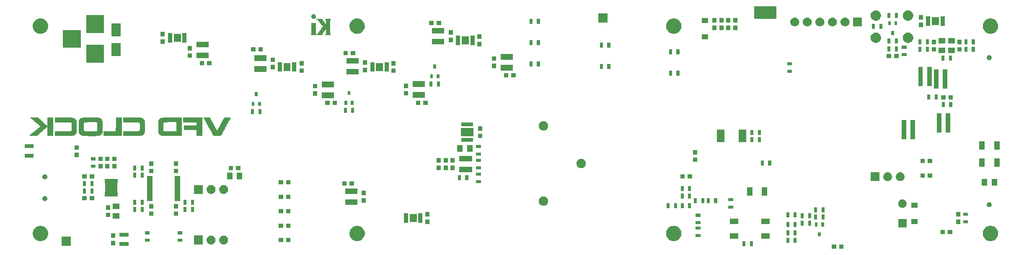
<source format=gbs>
G04 #@! TF.GenerationSoftware,KiCad,Pcbnew,(5.1.4)-1*
G04 #@! TF.CreationDate,2020-02-29T21:01:33-06:00*
G04 #@! TF.ProjectId,VFD_Clock,5646445f-436c-46f6-936b-2e6b69636164,rev?*
G04 #@! TF.SameCoordinates,Original*
G04 #@! TF.FileFunction,Soldermask,Bot*
G04 #@! TF.FilePolarity,Negative*
%FSLAX46Y46*%
G04 Gerber Fmt 4.6, Leading zero omitted, Abs format (unit mm)*
G04 Created by KiCad (PCBNEW (5.1.4)-1) date 2020-02-29 21:01:33*
%MOMM*%
%LPD*%
G04 APERTURE LIST*
%ADD10C,0.010000*%
%ADD11C,0.100000*%
G04 APERTURE END LIST*
D10*
G36*
X93357059Y-67893460D02*
G01*
X93239455Y-67959895D01*
X93145977Y-68062545D01*
X93102188Y-68148624D01*
X93071578Y-68287114D01*
X93080679Y-68425091D01*
X93128027Y-68546584D01*
X93140412Y-68565350D01*
X93230851Y-68652908D01*
X93349729Y-68713053D01*
X93482667Y-68742918D01*
X93615287Y-68739634D01*
X93733210Y-68700332D01*
X93753994Y-68687744D01*
X93836263Y-68608894D01*
X93904086Y-68500270D01*
X93946253Y-68382795D01*
X93954600Y-68313299D01*
X93935326Y-68204075D01*
X93884810Y-68089610D01*
X93814018Y-67990658D01*
X93758358Y-67941795D01*
X93626139Y-67881376D01*
X93489163Y-67866276D01*
X93357059Y-67893460D01*
X93357059Y-67893460D01*
G37*
X93357059Y-67893460D02*
X93239455Y-67959895D01*
X93145977Y-68062545D01*
X93102188Y-68148624D01*
X93071578Y-68287114D01*
X93080679Y-68425091D01*
X93128027Y-68546584D01*
X93140412Y-68565350D01*
X93230851Y-68652908D01*
X93349729Y-68713053D01*
X93482667Y-68742918D01*
X93615287Y-68739634D01*
X93733210Y-68700332D01*
X93753994Y-68687744D01*
X93836263Y-68608894D01*
X93904086Y-68500270D01*
X93946253Y-68382795D01*
X93954600Y-68313299D01*
X93935326Y-68204075D01*
X93884810Y-68089610D01*
X93814018Y-67990658D01*
X93758358Y-67941795D01*
X93626139Y-67881376D01*
X93489163Y-67866276D01*
X93357059Y-67893460D01*
G36*
X93116400Y-70759545D02*
G01*
X93116179Y-71031028D01*
X93115417Y-71256118D01*
X93113974Y-71439221D01*
X93111706Y-71584740D01*
X93108469Y-71697083D01*
X93104122Y-71780655D01*
X93098520Y-71839859D01*
X93091522Y-71879103D01*
X93082984Y-71902792D01*
X93079108Y-71908895D01*
X93052822Y-71946443D01*
X93042109Y-71974585D01*
X93052290Y-71994674D01*
X93088688Y-72008063D01*
X93156624Y-72016105D01*
X93261422Y-72020153D01*
X93408402Y-72021560D01*
X93522800Y-72021700D01*
X93673082Y-72021015D01*
X93804273Y-72019108D01*
X93908573Y-72016202D01*
X93978181Y-72012517D01*
X94005295Y-72008276D01*
X94005400Y-72007988D01*
X93994845Y-71978954D01*
X93968274Y-71922009D01*
X93954600Y-71894700D01*
X93941734Y-71867260D01*
X93931241Y-71836894D01*
X93922880Y-71798420D01*
X93916409Y-71746655D01*
X93911589Y-71676418D01*
X93908178Y-71582527D01*
X93905935Y-71459801D01*
X93904619Y-71303059D01*
X93903990Y-71107117D01*
X93903805Y-70866796D01*
X93903800Y-70802250D01*
X93904053Y-70544769D01*
X93904929Y-70333249D01*
X93906604Y-70162851D01*
X93909252Y-70028738D01*
X93913050Y-69926071D01*
X93918173Y-69850013D01*
X93924797Y-69795726D01*
X93933097Y-69758372D01*
X93942553Y-69734438D01*
X93981305Y-69659500D01*
X93116400Y-69659500D01*
X93116400Y-70759545D01*
X93116400Y-70759545D01*
G37*
X93116400Y-70759545D02*
X93116179Y-71031028D01*
X93115417Y-71256118D01*
X93113974Y-71439221D01*
X93111706Y-71584740D01*
X93108469Y-71697083D01*
X93104122Y-71780655D01*
X93098520Y-71839859D01*
X93091522Y-71879103D01*
X93082984Y-71902792D01*
X93079108Y-71908895D01*
X93052822Y-71946443D01*
X93042109Y-71974585D01*
X93052290Y-71994674D01*
X93088688Y-72008063D01*
X93156624Y-72016105D01*
X93261422Y-72020153D01*
X93408402Y-72021560D01*
X93522800Y-72021700D01*
X93673082Y-72021015D01*
X93804273Y-72019108D01*
X93908573Y-72016202D01*
X93978181Y-72012517D01*
X94005295Y-72008276D01*
X94005400Y-72007988D01*
X93994845Y-71978954D01*
X93968274Y-71922009D01*
X93954600Y-71894700D01*
X93941734Y-71867260D01*
X93931241Y-71836894D01*
X93922880Y-71798420D01*
X93916409Y-71746655D01*
X93911589Y-71676418D01*
X93908178Y-71582527D01*
X93905935Y-71459801D01*
X93904619Y-71303059D01*
X93903990Y-71107117D01*
X93903805Y-70866796D01*
X93903800Y-70802250D01*
X93904053Y-70544769D01*
X93904929Y-70333249D01*
X93906604Y-70162851D01*
X93909252Y-70028738D01*
X93913050Y-69926071D01*
X93918173Y-69850013D01*
X93924797Y-69795726D01*
X93933097Y-69758372D01*
X93942553Y-69734438D01*
X93981305Y-69659500D01*
X93116400Y-69659500D01*
X93116400Y-70759545D01*
G36*
X94699253Y-68795900D02*
G01*
X94153941Y-68795900D01*
X94352721Y-68997287D01*
X94682429Y-69360191D01*
X94896849Y-69634315D01*
X94975297Y-69737900D01*
X95069856Y-69858029D01*
X95169950Y-69981702D01*
X95265002Y-70095919D01*
X95344434Y-70187681D01*
X95369532Y-70215260D01*
X95450964Y-70302712D01*
X95381006Y-70393856D01*
X95245564Y-70583104D01*
X95158022Y-70722550D01*
X95103152Y-70804786D01*
X95041876Y-70884112D01*
X95036727Y-70890107D01*
X94967778Y-70973081D01*
X94887253Y-71075637D01*
X94804058Y-71185788D01*
X94727098Y-71291547D01*
X94665281Y-71380925D01*
X94629624Y-71438047D01*
X94594543Y-71491096D01*
X94536014Y-71569562D01*
X94464180Y-71660752D01*
X94389185Y-71751972D01*
X94321172Y-71830532D01*
X94284800Y-71869520D01*
X94260911Y-71895581D01*
X94218637Y-71942906D01*
X94210523Y-71952070D01*
X94148945Y-72021700D01*
X95275400Y-72021700D01*
X95275400Y-71943423D01*
X95292163Y-71866895D01*
X95339393Y-71761649D01*
X95412507Y-71635739D01*
X95506919Y-71497216D01*
X95594458Y-71383033D01*
X95665732Y-71290813D01*
X95731053Y-71199769D01*
X95778223Y-71127035D01*
X95784329Y-71116333D01*
X95824371Y-71049934D01*
X95859658Y-71001784D01*
X95868301Y-70993000D01*
X95902862Y-70954316D01*
X95943085Y-70897750D01*
X95980774Y-70849593D01*
X96011285Y-70827987D01*
X96012586Y-70827900D01*
X96021462Y-70852591D01*
X96028582Y-70923881D01*
X96033736Y-71037592D01*
X96036717Y-71189544D01*
X96037400Y-71324461D01*
X96036716Y-71503763D01*
X96034305Y-71639770D01*
X96029625Y-71739975D01*
X96022137Y-71811869D01*
X96011302Y-71862943D01*
X95996579Y-71900688D01*
X95995756Y-71902311D01*
X95960283Y-71961991D01*
X95928777Y-72000118D01*
X95925906Y-72002261D01*
X95941403Y-72007823D01*
X96000753Y-72012762D01*
X96097014Y-72016812D01*
X96223241Y-72019707D01*
X96372489Y-72021182D01*
X96424206Y-72021311D01*
X96950711Y-72021700D01*
X96921032Y-71951850D01*
X96892859Y-71893258D01*
X96870776Y-71857870D01*
X96866943Y-71828642D01*
X96863343Y-71753281D01*
X96860041Y-71636451D01*
X96857104Y-71482817D01*
X96854601Y-71297046D01*
X96852596Y-71083802D01*
X96851158Y-70847751D01*
X96850353Y-70593559D01*
X96850201Y-70421790D01*
X96850259Y-70117811D01*
X96850530Y-69860412D01*
X96851154Y-69645374D01*
X96852274Y-69468478D01*
X96854031Y-69325504D01*
X96856567Y-69212233D01*
X96860024Y-69124445D01*
X96864543Y-69057921D01*
X96870267Y-69008441D01*
X96877338Y-68971786D01*
X96885896Y-68943737D01*
X96896084Y-68920074D01*
X96901001Y-68910199D01*
X96931756Y-68848369D01*
X96949810Y-68809160D01*
X96951801Y-68803229D01*
X96927665Y-68801007D01*
X96860312Y-68799056D01*
X96757328Y-68797484D01*
X96626294Y-68796401D01*
X96474795Y-68795915D01*
X96441083Y-68795900D01*
X96267940Y-68796164D01*
X96139371Y-68797331D01*
X96049154Y-68799964D01*
X95991063Y-68804623D01*
X95958876Y-68811872D01*
X95946368Y-68822272D01*
X95947314Y-68836385D01*
X95948836Y-68840350D01*
X95982195Y-68929173D01*
X96006261Y-69017681D01*
X96022420Y-69116641D01*
X96032058Y-69236821D01*
X96036560Y-69388988D01*
X96037400Y-69528588D01*
X96037401Y-69948404D01*
X95961201Y-69875400D01*
X95913587Y-69825057D01*
X95887006Y-69787778D01*
X95885000Y-69780983D01*
X95869863Y-69755050D01*
X95830372Y-69701628D01*
X95775412Y-69631645D01*
X95713868Y-69556029D01*
X95654623Y-69485709D01*
X95606561Y-69431614D01*
X95579761Y-69405500D01*
X95557439Y-69378234D01*
X95519064Y-69322130D01*
X95491198Y-69278500D01*
X95432995Y-69190798D01*
X95370049Y-69104198D01*
X95347701Y-69075862D01*
X95302987Y-69009236D01*
X95277592Y-68948143D01*
X95275400Y-68931890D01*
X95274878Y-68888177D01*
X95269209Y-68855002D01*
X95252238Y-68830912D01*
X95217811Y-68814455D01*
X95159774Y-68804177D01*
X95071972Y-68798627D01*
X94948250Y-68796351D01*
X94782455Y-68795896D01*
X94699253Y-68795900D01*
X94699253Y-68795900D01*
G37*
X94699253Y-68795900D02*
X94153941Y-68795900D01*
X94352721Y-68997287D01*
X94682429Y-69360191D01*
X94896849Y-69634315D01*
X94975297Y-69737900D01*
X95069856Y-69858029D01*
X95169950Y-69981702D01*
X95265002Y-70095919D01*
X95344434Y-70187681D01*
X95369532Y-70215260D01*
X95450964Y-70302712D01*
X95381006Y-70393856D01*
X95245564Y-70583104D01*
X95158022Y-70722550D01*
X95103152Y-70804786D01*
X95041876Y-70884112D01*
X95036727Y-70890107D01*
X94967778Y-70973081D01*
X94887253Y-71075637D01*
X94804058Y-71185788D01*
X94727098Y-71291547D01*
X94665281Y-71380925D01*
X94629624Y-71438047D01*
X94594543Y-71491096D01*
X94536014Y-71569562D01*
X94464180Y-71660752D01*
X94389185Y-71751972D01*
X94321172Y-71830532D01*
X94284800Y-71869520D01*
X94260911Y-71895581D01*
X94218637Y-71942906D01*
X94210523Y-71952070D01*
X94148945Y-72021700D01*
X95275400Y-72021700D01*
X95275400Y-71943423D01*
X95292163Y-71866895D01*
X95339393Y-71761649D01*
X95412507Y-71635739D01*
X95506919Y-71497216D01*
X95594458Y-71383033D01*
X95665732Y-71290813D01*
X95731053Y-71199769D01*
X95778223Y-71127035D01*
X95784329Y-71116333D01*
X95824371Y-71049934D01*
X95859658Y-71001784D01*
X95868301Y-70993000D01*
X95902862Y-70954316D01*
X95943085Y-70897750D01*
X95980774Y-70849593D01*
X96011285Y-70827987D01*
X96012586Y-70827900D01*
X96021462Y-70852591D01*
X96028582Y-70923881D01*
X96033736Y-71037592D01*
X96036717Y-71189544D01*
X96037400Y-71324461D01*
X96036716Y-71503763D01*
X96034305Y-71639770D01*
X96029625Y-71739975D01*
X96022137Y-71811869D01*
X96011302Y-71862943D01*
X95996579Y-71900688D01*
X95995756Y-71902311D01*
X95960283Y-71961991D01*
X95928777Y-72000118D01*
X95925906Y-72002261D01*
X95941403Y-72007823D01*
X96000753Y-72012762D01*
X96097014Y-72016812D01*
X96223241Y-72019707D01*
X96372489Y-72021182D01*
X96424206Y-72021311D01*
X96950711Y-72021700D01*
X96921032Y-71951850D01*
X96892859Y-71893258D01*
X96870776Y-71857870D01*
X96866943Y-71828642D01*
X96863343Y-71753281D01*
X96860041Y-71636451D01*
X96857104Y-71482817D01*
X96854601Y-71297046D01*
X96852596Y-71083802D01*
X96851158Y-70847751D01*
X96850353Y-70593559D01*
X96850201Y-70421790D01*
X96850259Y-70117811D01*
X96850530Y-69860412D01*
X96851154Y-69645374D01*
X96852274Y-69468478D01*
X96854031Y-69325504D01*
X96856567Y-69212233D01*
X96860024Y-69124445D01*
X96864543Y-69057921D01*
X96870267Y-69008441D01*
X96877338Y-68971786D01*
X96885896Y-68943737D01*
X96896084Y-68920074D01*
X96901001Y-68910199D01*
X96931756Y-68848369D01*
X96949810Y-68809160D01*
X96951801Y-68803229D01*
X96927665Y-68801007D01*
X96860312Y-68799056D01*
X96757328Y-68797484D01*
X96626294Y-68796401D01*
X96474795Y-68795915D01*
X96441083Y-68795900D01*
X96267940Y-68796164D01*
X96139371Y-68797331D01*
X96049154Y-68799964D01*
X95991063Y-68804623D01*
X95958876Y-68811872D01*
X95946368Y-68822272D01*
X95947314Y-68836385D01*
X95948836Y-68840350D01*
X95982195Y-68929173D01*
X96006261Y-69017681D01*
X96022420Y-69116641D01*
X96032058Y-69236821D01*
X96036560Y-69388988D01*
X96037400Y-69528588D01*
X96037401Y-69948404D01*
X95961201Y-69875400D01*
X95913587Y-69825057D01*
X95887006Y-69787778D01*
X95885000Y-69780983D01*
X95869863Y-69755050D01*
X95830372Y-69701628D01*
X95775412Y-69631645D01*
X95713868Y-69556029D01*
X95654623Y-69485709D01*
X95606561Y-69431614D01*
X95579761Y-69405500D01*
X95557439Y-69378234D01*
X95519064Y-69322130D01*
X95491198Y-69278500D01*
X95432995Y-69190798D01*
X95370049Y-69104198D01*
X95347701Y-69075862D01*
X95302987Y-69009236D01*
X95277592Y-68948143D01*
X95275400Y-68931890D01*
X95274878Y-68888177D01*
X95269209Y-68855002D01*
X95252238Y-68830912D01*
X95217811Y-68814455D01*
X95159774Y-68804177D01*
X95071972Y-68798627D01*
X94948250Y-68796351D01*
X94782455Y-68795896D01*
X94699253Y-68795900D01*
G36*
X40331572Y-88794322D02*
G01*
X39778214Y-88804338D01*
X39768486Y-89666124D01*
X39765034Y-89907518D01*
X39760562Y-90122818D01*
X39755391Y-90302055D01*
X39749844Y-90435262D01*
X39744242Y-90512470D01*
X39740658Y-90527910D01*
X39710525Y-90504421D01*
X39632834Y-90437601D01*
X39513745Y-90332918D01*
X39359413Y-90195839D01*
X39175998Y-90031832D01*
X38969656Y-89846366D01*
X38759968Y-89657053D01*
X37797378Y-88786195D01*
X37070272Y-88786195D01*
X36838140Y-88787752D01*
X36641453Y-88792142D01*
X36489320Y-88798949D01*
X36390851Y-88807754D01*
X36355157Y-88818141D01*
X36355262Y-88818966D01*
X36384903Y-88849130D01*
X36463867Y-88920416D01*
X36585834Y-89027359D01*
X36744483Y-89164494D01*
X36933494Y-89326356D01*
X37146546Y-89507480D01*
X37365214Y-89692207D01*
X37594916Y-89886195D01*
X37806341Y-90065739D01*
X37993217Y-90225438D01*
X38149272Y-90359888D01*
X38268235Y-90463689D01*
X38343833Y-90531436D01*
X38369779Y-90557508D01*
X38343749Y-90583527D01*
X38267940Y-90649237D01*
X38149261Y-90749018D01*
X37994622Y-90877248D01*
X37810931Y-91028308D01*
X37605097Y-91196576D01*
X37384029Y-91376432D01*
X37154636Y-91562255D01*
X36923827Y-91748424D01*
X36698510Y-91929320D01*
X36485595Y-92099320D01*
X36291991Y-92252805D01*
X36124606Y-92384154D01*
X36121280Y-92386746D01*
X36098593Y-92406910D01*
X36094348Y-92422231D01*
X36116412Y-92433385D01*
X36172648Y-92441047D01*
X36270922Y-92445893D01*
X36419099Y-92448596D01*
X36625044Y-92449833D01*
X36860958Y-92450246D01*
X37681131Y-92451052D01*
X39741929Y-90576400D01*
X39761277Y-92451052D01*
X40884929Y-92451052D01*
X40884929Y-88784305D01*
X40331572Y-88794322D01*
X40331572Y-88794322D01*
G37*
X40331572Y-88794322D02*
X39778214Y-88804338D01*
X39768486Y-89666124D01*
X39765034Y-89907518D01*
X39760562Y-90122818D01*
X39755391Y-90302055D01*
X39749844Y-90435262D01*
X39744242Y-90512470D01*
X39740658Y-90527910D01*
X39710525Y-90504421D01*
X39632834Y-90437601D01*
X39513745Y-90332918D01*
X39359413Y-90195839D01*
X39175998Y-90031832D01*
X38969656Y-89846366D01*
X38759968Y-89657053D01*
X37797378Y-88786195D01*
X37070272Y-88786195D01*
X36838140Y-88787752D01*
X36641453Y-88792142D01*
X36489320Y-88798949D01*
X36390851Y-88807754D01*
X36355157Y-88818141D01*
X36355262Y-88818966D01*
X36384903Y-88849130D01*
X36463867Y-88920416D01*
X36585834Y-89027359D01*
X36744483Y-89164494D01*
X36933494Y-89326356D01*
X37146546Y-89507480D01*
X37365214Y-89692207D01*
X37594916Y-89886195D01*
X37806341Y-90065739D01*
X37993217Y-90225438D01*
X38149272Y-90359888D01*
X38268235Y-90463689D01*
X38343833Y-90531436D01*
X38369779Y-90557508D01*
X38343749Y-90583527D01*
X38267940Y-90649237D01*
X38149261Y-90749018D01*
X37994622Y-90877248D01*
X37810931Y-91028308D01*
X37605097Y-91196576D01*
X37384029Y-91376432D01*
X37154636Y-91562255D01*
X36923827Y-91748424D01*
X36698510Y-91929320D01*
X36485595Y-92099320D01*
X36291991Y-92252805D01*
X36124606Y-92384154D01*
X36121280Y-92386746D01*
X36098593Y-92406910D01*
X36094348Y-92422231D01*
X36116412Y-92433385D01*
X36172648Y-92441047D01*
X36270922Y-92445893D01*
X36419099Y-92448596D01*
X36625044Y-92449833D01*
X36860958Y-92450246D01*
X37681131Y-92451052D01*
X39741929Y-90576400D01*
X39761277Y-92451052D01*
X40884929Y-92451052D01*
X40884929Y-88784305D01*
X40331572Y-88794322D01*
G36*
X41281838Y-89698285D02*
G01*
X42875506Y-89698285D01*
X43258344Y-89698431D01*
X43575259Y-89699048D01*
X43832896Y-89700403D01*
X44037904Y-89702766D01*
X44196930Y-89706405D01*
X44316621Y-89711588D01*
X44403624Y-89718584D01*
X44464586Y-89727660D01*
X44506155Y-89739086D01*
X44534978Y-89753129D01*
X44552799Y-89766000D01*
X44585092Y-89796035D01*
X44608306Y-89833556D01*
X44624407Y-89890754D01*
X44635360Y-89979824D01*
X44643132Y-90112956D01*
X44649689Y-90302344D01*
X44651971Y-90380996D01*
X44655869Y-90600886D01*
X44655691Y-90821199D01*
X44651716Y-91019535D01*
X44644220Y-91173490D01*
X44641776Y-91202985D01*
X44634621Y-91290489D01*
X44626926Y-91363552D01*
X44612594Y-91423469D01*
X44585527Y-91471539D01*
X44539627Y-91509059D01*
X44468798Y-91537328D01*
X44366942Y-91557642D01*
X44227962Y-91571300D01*
X44045761Y-91579599D01*
X43814240Y-91583836D01*
X43527303Y-91585311D01*
X43178853Y-91585319D01*
X42846159Y-91585142D01*
X41284072Y-91585142D01*
X41284072Y-92455999D01*
X42980429Y-92452024D01*
X43329774Y-92450595D01*
X43661071Y-92448070D01*
X43966381Y-92444593D01*
X44237767Y-92440308D01*
X44467290Y-92435358D01*
X44647013Y-92429885D01*
X44768996Y-92424034D01*
X44821929Y-92418758D01*
X45081106Y-92343059D01*
X45282678Y-92229776D01*
X45433937Y-92073810D01*
X45514908Y-91934103D01*
X45539503Y-91879379D01*
X45558928Y-91826832D01*
X45573796Y-91767474D01*
X45584716Y-91692313D01*
X45592299Y-91592361D01*
X45597158Y-91458626D01*
X45599902Y-91282120D01*
X45601143Y-91053851D01*
X45601492Y-90764831D01*
X45601515Y-90659857D01*
X45600114Y-90309794D01*
X45595915Y-90009811D01*
X45589081Y-89764897D01*
X45579771Y-89580040D01*
X45568150Y-89460229D01*
X45561486Y-89426142D01*
X45483600Y-89263128D01*
X45350927Y-89107844D01*
X45180781Y-88976282D01*
X44990474Y-88884437D01*
X44966738Y-88876731D01*
X44910927Y-88861162D01*
X44849475Y-88848199D01*
X44775509Y-88837606D01*
X44682155Y-88829144D01*
X44562541Y-88822577D01*
X44409793Y-88817667D01*
X44217040Y-88814176D01*
X43977407Y-88811868D01*
X43684023Y-88810504D01*
X43330014Y-88809848D01*
X43025786Y-88809678D01*
X41302214Y-88809285D01*
X41281838Y-89698285D01*
X41281838Y-89698285D01*
G37*
X41281838Y-89698285D02*
X42875506Y-89698285D01*
X43258344Y-89698431D01*
X43575259Y-89699048D01*
X43832896Y-89700403D01*
X44037904Y-89702766D01*
X44196930Y-89706405D01*
X44316621Y-89711588D01*
X44403624Y-89718584D01*
X44464586Y-89727660D01*
X44506155Y-89739086D01*
X44534978Y-89753129D01*
X44552799Y-89766000D01*
X44585092Y-89796035D01*
X44608306Y-89833556D01*
X44624407Y-89890754D01*
X44635360Y-89979824D01*
X44643132Y-90112956D01*
X44649689Y-90302344D01*
X44651971Y-90380996D01*
X44655869Y-90600886D01*
X44655691Y-90821199D01*
X44651716Y-91019535D01*
X44644220Y-91173490D01*
X44641776Y-91202985D01*
X44634621Y-91290489D01*
X44626926Y-91363552D01*
X44612594Y-91423469D01*
X44585527Y-91471539D01*
X44539627Y-91509059D01*
X44468798Y-91537328D01*
X44366942Y-91557642D01*
X44227962Y-91571300D01*
X44045761Y-91579599D01*
X43814240Y-91583836D01*
X43527303Y-91585311D01*
X43178853Y-91585319D01*
X42846159Y-91585142D01*
X41284072Y-91585142D01*
X41284072Y-92455999D01*
X42980429Y-92452024D01*
X43329774Y-92450595D01*
X43661071Y-92448070D01*
X43966381Y-92444593D01*
X44237767Y-92440308D01*
X44467290Y-92435358D01*
X44647013Y-92429885D01*
X44768996Y-92424034D01*
X44821929Y-92418758D01*
X45081106Y-92343059D01*
X45282678Y-92229776D01*
X45433937Y-92073810D01*
X45514908Y-91934103D01*
X45539503Y-91879379D01*
X45558928Y-91826832D01*
X45573796Y-91767474D01*
X45584716Y-91692313D01*
X45592299Y-91592361D01*
X45597158Y-91458626D01*
X45599902Y-91282120D01*
X45601143Y-91053851D01*
X45601492Y-90764831D01*
X45601515Y-90659857D01*
X45600114Y-90309794D01*
X45595915Y-90009811D01*
X45589081Y-89764897D01*
X45579771Y-89580040D01*
X45568150Y-89460229D01*
X45561486Y-89426142D01*
X45483600Y-89263128D01*
X45350927Y-89107844D01*
X45180781Y-88976282D01*
X44990474Y-88884437D01*
X44966738Y-88876731D01*
X44910927Y-88861162D01*
X44849475Y-88848199D01*
X44775509Y-88837606D01*
X44682155Y-88829144D01*
X44562541Y-88822577D01*
X44409793Y-88817667D01*
X44217040Y-88814176D01*
X43977407Y-88811868D01*
X43684023Y-88810504D01*
X43330014Y-88809848D01*
X43025786Y-88809678D01*
X41302214Y-88809285D01*
X41281838Y-89698285D01*
G36*
X48052994Y-88806436D02*
G01*
X47709442Y-88807664D01*
X47424592Y-88810688D01*
X47191510Y-88816311D01*
X47003262Y-88825331D01*
X46852913Y-88838551D01*
X46733528Y-88856771D01*
X46638173Y-88880791D01*
X46559915Y-88911413D01*
X46491817Y-88949437D01*
X46426947Y-88995664D01*
X46360846Y-89048852D01*
X46289189Y-89110246D01*
X46231260Y-89169653D01*
X46185593Y-89235283D01*
X46150724Y-89315349D01*
X46125190Y-89418061D01*
X46107526Y-89551631D01*
X46096268Y-89724271D01*
X46089952Y-89944193D01*
X46087113Y-90219607D01*
X46086288Y-90558725D01*
X46086265Y-90588741D01*
X46086771Y-90873212D01*
X46088586Y-91138644D01*
X46091538Y-91375143D01*
X46095455Y-91572816D01*
X46100165Y-91721767D01*
X46105496Y-91812104D01*
X46107825Y-91829918D01*
X46155135Y-91943515D01*
X46245030Y-92072485D01*
X46358424Y-92193948D01*
X46476232Y-92285022D01*
X46497324Y-92296890D01*
X46583407Y-92338144D01*
X46674127Y-92371951D01*
X46777730Y-92399140D01*
X46902462Y-92420541D01*
X47056566Y-92436982D01*
X47248290Y-92449294D01*
X47485878Y-92458304D01*
X47777574Y-92464842D01*
X48131625Y-92469737D01*
X48226325Y-92470754D01*
X48532630Y-92472944D01*
X48829881Y-92473260D01*
X49106599Y-92471824D01*
X49351307Y-92468758D01*
X49552528Y-92464186D01*
X49698782Y-92458228D01*
X49750325Y-92454529D01*
X49959605Y-92432126D01*
X50116298Y-92407074D01*
X50240363Y-92374828D01*
X50351759Y-92330842D01*
X50403468Y-92305807D01*
X50541863Y-92213858D01*
X50671753Y-92090424D01*
X50769944Y-91959383D01*
X50800385Y-91897200D01*
X50812049Y-91828155D01*
X50821720Y-91690758D01*
X50829273Y-91489205D01*
X50834583Y-91227692D01*
X50837527Y-90910415D01*
X50838100Y-90627200D01*
X50837428Y-90277394D01*
X50835004Y-89992106D01*
X50829427Y-89763284D01*
X50828781Y-89751777D01*
X49804754Y-89751777D01*
X49804754Y-91489205D01*
X49714039Y-91535853D01*
X49670478Y-91549269D01*
X49593750Y-91559710D01*
X49477486Y-91567359D01*
X49315316Y-91572401D01*
X49100868Y-91575020D01*
X48827774Y-91575399D01*
X48489661Y-91573723D01*
X48420586Y-91573210D01*
X48092003Y-91570448D01*
X47828259Y-91567461D01*
X47621621Y-91563776D01*
X47464356Y-91558919D01*
X47348733Y-91552415D01*
X47267018Y-91543791D01*
X47211480Y-91532573D01*
X47174386Y-91518287D01*
X47148003Y-91500457D01*
X47141515Y-91494796D01*
X47116663Y-91469180D01*
X47097881Y-91436887D01*
X47084322Y-91388221D01*
X47075137Y-91313489D01*
X47069479Y-91202995D01*
X47066499Y-91047044D01*
X47065352Y-90835942D01*
X47065182Y-90621802D01*
X47066119Y-90345234D01*
X47069267Y-90132664D01*
X47075128Y-89975541D01*
X47084206Y-89865313D01*
X47097005Y-89793427D01*
X47114028Y-89751332D01*
X47116653Y-89747498D01*
X47133715Y-89728465D01*
X47159171Y-89713109D01*
X47200520Y-89700962D01*
X47265260Y-89691556D01*
X47360891Y-89684424D01*
X47494912Y-89679099D01*
X47674822Y-89675113D01*
X47908120Y-89671999D01*
X48202305Y-89669290D01*
X48395724Y-89667781D01*
X48749971Y-89665761D01*
X49037977Y-89665710D01*
X49266054Y-89667808D01*
X49440512Y-89672232D01*
X49567661Y-89679161D01*
X49653809Y-89688775D01*
X49705269Y-89701252D01*
X49714039Y-89705138D01*
X49804754Y-89751777D01*
X50828781Y-89751777D01*
X50819297Y-89582877D01*
X50803212Y-89442830D01*
X50779771Y-89335093D01*
X50747574Y-89251614D01*
X50705221Y-89184339D01*
X50651309Y-89125217D01*
X50584438Y-89066196D01*
X50563518Y-89048852D01*
X50495181Y-88993942D01*
X50430315Y-88948008D01*
X50361985Y-88910250D01*
X50283257Y-88879867D01*
X50187196Y-88856058D01*
X50066869Y-88838022D01*
X49915340Y-88824959D01*
X49725675Y-88816067D01*
X49490940Y-88810547D01*
X49204201Y-88807597D01*
X48858522Y-88806417D01*
X48462182Y-88806205D01*
X48052994Y-88806436D01*
X48052994Y-88806436D01*
G37*
X48052994Y-88806436D02*
X47709442Y-88807664D01*
X47424592Y-88810688D01*
X47191510Y-88816311D01*
X47003262Y-88825331D01*
X46852913Y-88838551D01*
X46733528Y-88856771D01*
X46638173Y-88880791D01*
X46559915Y-88911413D01*
X46491817Y-88949437D01*
X46426947Y-88995664D01*
X46360846Y-89048852D01*
X46289189Y-89110246D01*
X46231260Y-89169653D01*
X46185593Y-89235283D01*
X46150724Y-89315349D01*
X46125190Y-89418061D01*
X46107526Y-89551631D01*
X46096268Y-89724271D01*
X46089952Y-89944193D01*
X46087113Y-90219607D01*
X46086288Y-90558725D01*
X46086265Y-90588741D01*
X46086771Y-90873212D01*
X46088586Y-91138644D01*
X46091538Y-91375143D01*
X46095455Y-91572816D01*
X46100165Y-91721767D01*
X46105496Y-91812104D01*
X46107825Y-91829918D01*
X46155135Y-91943515D01*
X46245030Y-92072485D01*
X46358424Y-92193948D01*
X46476232Y-92285022D01*
X46497324Y-92296890D01*
X46583407Y-92338144D01*
X46674127Y-92371951D01*
X46777730Y-92399140D01*
X46902462Y-92420541D01*
X47056566Y-92436982D01*
X47248290Y-92449294D01*
X47485878Y-92458304D01*
X47777574Y-92464842D01*
X48131625Y-92469737D01*
X48226325Y-92470754D01*
X48532630Y-92472944D01*
X48829881Y-92473260D01*
X49106599Y-92471824D01*
X49351307Y-92468758D01*
X49552528Y-92464186D01*
X49698782Y-92458228D01*
X49750325Y-92454529D01*
X49959605Y-92432126D01*
X50116298Y-92407074D01*
X50240363Y-92374828D01*
X50351759Y-92330842D01*
X50403468Y-92305807D01*
X50541863Y-92213858D01*
X50671753Y-92090424D01*
X50769944Y-91959383D01*
X50800385Y-91897200D01*
X50812049Y-91828155D01*
X50821720Y-91690758D01*
X50829273Y-91489205D01*
X50834583Y-91227692D01*
X50837527Y-90910415D01*
X50838100Y-90627200D01*
X50837428Y-90277394D01*
X50835004Y-89992106D01*
X50829427Y-89763284D01*
X50828781Y-89751777D01*
X49804754Y-89751777D01*
X49804754Y-91489205D01*
X49714039Y-91535853D01*
X49670478Y-91549269D01*
X49593750Y-91559710D01*
X49477486Y-91567359D01*
X49315316Y-91572401D01*
X49100868Y-91575020D01*
X48827774Y-91575399D01*
X48489661Y-91573723D01*
X48420586Y-91573210D01*
X48092003Y-91570448D01*
X47828259Y-91567461D01*
X47621621Y-91563776D01*
X47464356Y-91558919D01*
X47348733Y-91552415D01*
X47267018Y-91543791D01*
X47211480Y-91532573D01*
X47174386Y-91518287D01*
X47148003Y-91500457D01*
X47141515Y-91494796D01*
X47116663Y-91469180D01*
X47097881Y-91436887D01*
X47084322Y-91388221D01*
X47075137Y-91313489D01*
X47069479Y-91202995D01*
X47066499Y-91047044D01*
X47065352Y-90835942D01*
X47065182Y-90621802D01*
X47066119Y-90345234D01*
X47069267Y-90132664D01*
X47075128Y-89975541D01*
X47084206Y-89865313D01*
X47097005Y-89793427D01*
X47114028Y-89751332D01*
X47116653Y-89747498D01*
X47133715Y-89728465D01*
X47159171Y-89713109D01*
X47200520Y-89700962D01*
X47265260Y-89691556D01*
X47360891Y-89684424D01*
X47494912Y-89679099D01*
X47674822Y-89675113D01*
X47908120Y-89671999D01*
X48202305Y-89669290D01*
X48395724Y-89667781D01*
X48749971Y-89665761D01*
X49037977Y-89665710D01*
X49266054Y-89667808D01*
X49440512Y-89672232D01*
X49567661Y-89679161D01*
X49653809Y-89688775D01*
X49705269Y-89701252D01*
X49714039Y-89705138D01*
X49804754Y-89751777D01*
X50828781Y-89751777D01*
X50819297Y-89582877D01*
X50803212Y-89442830D01*
X50779771Y-89335093D01*
X50747574Y-89251614D01*
X50705221Y-89184339D01*
X50651309Y-89125217D01*
X50584438Y-89066196D01*
X50563518Y-89048852D01*
X50495181Y-88993942D01*
X50430315Y-88948008D01*
X50361985Y-88910250D01*
X50283257Y-88879867D01*
X50187196Y-88856058D01*
X50066869Y-88838022D01*
X49915340Y-88824959D01*
X49725675Y-88816067D01*
X49490940Y-88810547D01*
X49204201Y-88807597D01*
X48858522Y-88806417D01*
X48462182Y-88806205D01*
X48052994Y-88806436D01*
G36*
X53606700Y-90195400D02*
G01*
X53597197Y-91583328D01*
X51130631Y-91583328D01*
X51130631Y-92454185D01*
X54759874Y-92454185D01*
X54741060Y-88807471D01*
X53616203Y-88807471D01*
X53606700Y-90195400D01*
X53606700Y-90195400D01*
G37*
X53606700Y-90195400D02*
X53597197Y-91583328D01*
X51130631Y-91583328D01*
X51130631Y-92454185D01*
X54759874Y-92454185D01*
X54741060Y-88807471D01*
X53616203Y-88807471D01*
X53606700Y-90195400D01*
G36*
X55080598Y-89243154D02*
G01*
X55070409Y-89687654D01*
X56664078Y-89687654D01*
X57046916Y-89687800D01*
X57363830Y-89688417D01*
X57621468Y-89689772D01*
X57826476Y-89692135D01*
X57985501Y-89695774D01*
X58105192Y-89700957D01*
X58192195Y-89707953D01*
X58253158Y-89717029D01*
X58294727Y-89728455D01*
X58323550Y-89742498D01*
X58341371Y-89755369D01*
X58373664Y-89785404D01*
X58396878Y-89822925D01*
X58412978Y-89880123D01*
X58423932Y-89969193D01*
X58431704Y-90102325D01*
X58438261Y-90291713D01*
X58440542Y-90370365D01*
X58444440Y-90590255D01*
X58444263Y-90810568D01*
X58440287Y-91008904D01*
X58432792Y-91162859D01*
X58430347Y-91192354D01*
X58423193Y-91279858D01*
X58415498Y-91352921D01*
X58401165Y-91412838D01*
X58374098Y-91460908D01*
X58328199Y-91498428D01*
X58257370Y-91526697D01*
X58155514Y-91547011D01*
X58016534Y-91560669D01*
X57834332Y-91568968D01*
X57602812Y-91573205D01*
X57315875Y-91574680D01*
X56967425Y-91574688D01*
X56634731Y-91574511D01*
X55072643Y-91574511D01*
X55072643Y-92445368D01*
X56769000Y-92441393D01*
X57118345Y-92439964D01*
X57449642Y-92437439D01*
X57754952Y-92433962D01*
X58026338Y-92429677D01*
X58255862Y-92424727D01*
X58435584Y-92419254D01*
X58557567Y-92413403D01*
X58610500Y-92408127D01*
X58869677Y-92332428D01*
X59071250Y-92219145D01*
X59222508Y-92063179D01*
X59303479Y-91923472D01*
X59328074Y-91868748D01*
X59347500Y-91816201D01*
X59362367Y-91756843D01*
X59373287Y-91681682D01*
X59380871Y-91581730D01*
X59385729Y-91447995D01*
X59388474Y-91271489D01*
X59389715Y-91043220D01*
X59390063Y-90754200D01*
X59390086Y-90649226D01*
X59388685Y-90299163D01*
X59384487Y-89999180D01*
X59377652Y-89754266D01*
X59368343Y-89569409D01*
X59356721Y-89449598D01*
X59350058Y-89415511D01*
X59272171Y-89252497D01*
X59139498Y-89097213D01*
X58969352Y-88965651D01*
X58779046Y-88873806D01*
X58755309Y-88866100D01*
X58699499Y-88850531D01*
X58638047Y-88837568D01*
X58564080Y-88826975D01*
X58470727Y-88818513D01*
X58351112Y-88811946D01*
X58198365Y-88807036D01*
X58005611Y-88803545D01*
X57765979Y-88801237D01*
X57472595Y-88799873D01*
X57118586Y-88799217D01*
X56814357Y-88799047D01*
X55090786Y-88798654D01*
X55080598Y-89243154D01*
X55080598Y-89243154D01*
G37*
X55080598Y-89243154D02*
X55070409Y-89687654D01*
X56664078Y-89687654D01*
X57046916Y-89687800D01*
X57363830Y-89688417D01*
X57621468Y-89689772D01*
X57826476Y-89692135D01*
X57985501Y-89695774D01*
X58105192Y-89700957D01*
X58192195Y-89707953D01*
X58253158Y-89717029D01*
X58294727Y-89728455D01*
X58323550Y-89742498D01*
X58341371Y-89755369D01*
X58373664Y-89785404D01*
X58396878Y-89822925D01*
X58412978Y-89880123D01*
X58423932Y-89969193D01*
X58431704Y-90102325D01*
X58438261Y-90291713D01*
X58440542Y-90370365D01*
X58444440Y-90590255D01*
X58444263Y-90810568D01*
X58440287Y-91008904D01*
X58432792Y-91162859D01*
X58430347Y-91192354D01*
X58423193Y-91279858D01*
X58415498Y-91352921D01*
X58401165Y-91412838D01*
X58374098Y-91460908D01*
X58328199Y-91498428D01*
X58257370Y-91526697D01*
X58155514Y-91547011D01*
X58016534Y-91560669D01*
X57834332Y-91568968D01*
X57602812Y-91573205D01*
X57315875Y-91574680D01*
X56967425Y-91574688D01*
X56634731Y-91574511D01*
X55072643Y-91574511D01*
X55072643Y-92445368D01*
X56769000Y-92441393D01*
X57118345Y-92439964D01*
X57449642Y-92437439D01*
X57754952Y-92433962D01*
X58026338Y-92429677D01*
X58255862Y-92424727D01*
X58435584Y-92419254D01*
X58557567Y-92413403D01*
X58610500Y-92408127D01*
X58869677Y-92332428D01*
X59071250Y-92219145D01*
X59222508Y-92063179D01*
X59303479Y-91923472D01*
X59328074Y-91868748D01*
X59347500Y-91816201D01*
X59362367Y-91756843D01*
X59373287Y-91681682D01*
X59380871Y-91581730D01*
X59385729Y-91447995D01*
X59388474Y-91271489D01*
X59389715Y-91043220D01*
X59390063Y-90754200D01*
X59390086Y-90649226D01*
X59388685Y-90299163D01*
X59384487Y-89999180D01*
X59377652Y-89754266D01*
X59368343Y-89569409D01*
X59356721Y-89449598D01*
X59350058Y-89415511D01*
X59272171Y-89252497D01*
X59139498Y-89097213D01*
X58969352Y-88965651D01*
X58779046Y-88873806D01*
X58755309Y-88866100D01*
X58699499Y-88850531D01*
X58638047Y-88837568D01*
X58564080Y-88826975D01*
X58470727Y-88818513D01*
X58351112Y-88811946D01*
X58198365Y-88807036D01*
X58005611Y-88803545D01*
X57765979Y-88801237D01*
X57472595Y-88799873D01*
X57118586Y-88799217D01*
X56814357Y-88799047D01*
X55090786Y-88798654D01*
X55080598Y-89243154D01*
G36*
X64918481Y-88799876D02*
G01*
X64483201Y-88803393D01*
X64114376Y-88806984D01*
X63805890Y-88810865D01*
X63551626Y-88815249D01*
X63345468Y-88820349D01*
X63181299Y-88826380D01*
X63053003Y-88833555D01*
X62954464Y-88842088D01*
X62879566Y-88852193D01*
X62822191Y-88864083D01*
X62786695Y-88874396D01*
X62565256Y-88980580D01*
X62377990Y-89135921D01*
X62250428Y-89311724D01*
X62227239Y-89358004D01*
X62208850Y-89406219D01*
X62194595Y-89465230D01*
X62183808Y-89543896D01*
X62175824Y-89651077D01*
X62169976Y-89795632D01*
X62165600Y-89986422D01*
X62162030Y-90232305D01*
X62158699Y-90532679D01*
X62156390Y-90913604D01*
X62158049Y-91228234D01*
X62163641Y-91475066D01*
X62173129Y-91652594D01*
X62186477Y-91759315D01*
X62188111Y-91766394D01*
X62265681Y-91974893D01*
X62389204Y-92140036D01*
X62569355Y-92274486D01*
X62654884Y-92320164D01*
X62893876Y-92437857D01*
X64881357Y-92448655D01*
X66868838Y-92459452D01*
X66868838Y-91585142D01*
X65816553Y-91585142D01*
X64546553Y-91585142D01*
X64209040Y-91584989D01*
X63936605Y-91584259D01*
X63721751Y-91582548D01*
X63556984Y-91579450D01*
X63434809Y-91574560D01*
X63347731Y-91567472D01*
X63288255Y-91557783D01*
X63248888Y-91545087D01*
X63222133Y-91528978D01*
X63203981Y-91512571D01*
X63180390Y-91485026D01*
X63162539Y-91449387D01*
X63149633Y-91395975D01*
X63140875Y-91315108D01*
X63135472Y-91197104D01*
X63132626Y-91032284D01*
X63131544Y-90810966D01*
X63131410Y-90629195D01*
X63131700Y-90365961D01*
X63133129Y-90165652D01*
X63136533Y-90018622D01*
X63142749Y-89915223D01*
X63152614Y-89845809D01*
X63166965Y-89800735D01*
X63186638Y-89770354D01*
X63207740Y-89749266D01*
X63231954Y-89730796D01*
X63264641Y-89715805D01*
X63313311Y-89703840D01*
X63385478Y-89694451D01*
X63488651Y-89687186D01*
X63630345Y-89681593D01*
X63818069Y-89677220D01*
X64059338Y-89673617D01*
X64361661Y-89670331D01*
X64550311Y-89668554D01*
X65816553Y-89656966D01*
X65816553Y-91585142D01*
X66868838Y-91585142D01*
X66868838Y-88785162D01*
X64918481Y-88799876D01*
X64918481Y-88799876D01*
G37*
X64918481Y-88799876D02*
X64483201Y-88803393D01*
X64114376Y-88806984D01*
X63805890Y-88810865D01*
X63551626Y-88815249D01*
X63345468Y-88820349D01*
X63181299Y-88826380D01*
X63053003Y-88833555D01*
X62954464Y-88842088D01*
X62879566Y-88852193D01*
X62822191Y-88864083D01*
X62786695Y-88874396D01*
X62565256Y-88980580D01*
X62377990Y-89135921D01*
X62250428Y-89311724D01*
X62227239Y-89358004D01*
X62208850Y-89406219D01*
X62194595Y-89465230D01*
X62183808Y-89543896D01*
X62175824Y-89651077D01*
X62169976Y-89795632D01*
X62165600Y-89986422D01*
X62162030Y-90232305D01*
X62158699Y-90532679D01*
X62156390Y-90913604D01*
X62158049Y-91228234D01*
X62163641Y-91475066D01*
X62173129Y-91652594D01*
X62186477Y-91759315D01*
X62188111Y-91766394D01*
X62265681Y-91974893D01*
X62389204Y-92140036D01*
X62569355Y-92274486D01*
X62654884Y-92320164D01*
X62893876Y-92437857D01*
X64881357Y-92448655D01*
X66868838Y-92459452D01*
X66868838Y-91585142D01*
X65816553Y-91585142D01*
X64546553Y-91585142D01*
X64209040Y-91584989D01*
X63936605Y-91584259D01*
X63721751Y-91582548D01*
X63556984Y-91579450D01*
X63434809Y-91574560D01*
X63347731Y-91567472D01*
X63288255Y-91557783D01*
X63248888Y-91545087D01*
X63222133Y-91528978D01*
X63203981Y-91512571D01*
X63180390Y-91485026D01*
X63162539Y-91449387D01*
X63149633Y-91395975D01*
X63140875Y-91315108D01*
X63135472Y-91197104D01*
X63132626Y-91032284D01*
X63131544Y-90810966D01*
X63131410Y-90629195D01*
X63131700Y-90365961D01*
X63133129Y-90165652D01*
X63136533Y-90018622D01*
X63142749Y-89915223D01*
X63152614Y-89845809D01*
X63166965Y-89800735D01*
X63186638Y-89770354D01*
X63207740Y-89749266D01*
X63231954Y-89730796D01*
X63264641Y-89715805D01*
X63313311Y-89703840D01*
X63385478Y-89694451D01*
X63488651Y-89687186D01*
X63630345Y-89681593D01*
X63818069Y-89677220D01*
X64059338Y-89673617D01*
X64361661Y-89670331D01*
X64550311Y-89668554D01*
X65816553Y-89656966D01*
X65816553Y-91585142D01*
X66868838Y-91585142D01*
X66868838Y-88785162D01*
X64918481Y-88799876D01*
G36*
X67228357Y-89698285D02*
G01*
X69913500Y-89698285D01*
X69913500Y-90387714D01*
X67373500Y-90387714D01*
X67373500Y-91222285D01*
X69913500Y-91222285D01*
X69913500Y-92455999D01*
X71038357Y-92455999D01*
X71038357Y-88791142D01*
X67228357Y-88791142D01*
X67228357Y-89698285D01*
X67228357Y-89698285D01*
G37*
X67228357Y-89698285D02*
X69913500Y-89698285D01*
X69913500Y-90387714D01*
X67373500Y-90387714D01*
X67373500Y-91222285D01*
X69913500Y-91222285D01*
X69913500Y-92455999D01*
X71038357Y-92455999D01*
X71038357Y-88791142D01*
X67228357Y-88791142D01*
X67228357Y-89698285D01*
G36*
X75924880Y-88790622D02*
G01*
X75758327Y-88797037D01*
X75619993Y-88807288D01*
X75524261Y-88821349D01*
X75486947Y-88836499D01*
X75462594Y-88877483D01*
X75408035Y-88975569D01*
X75327063Y-89123747D01*
X75223470Y-89315005D01*
X75101050Y-89542331D01*
X74963595Y-89798713D01*
X74814898Y-90077139D01*
X74750938Y-90197214D01*
X74599565Y-90480640D01*
X74458417Y-90743067D01*
X74331172Y-90977794D01*
X74221507Y-91178119D01*
X74133100Y-91337341D01*
X74069631Y-91448759D01*
X74034777Y-91505670D01*
X74029452Y-91511717D01*
X74008459Y-91480539D01*
X73957210Y-91391783D01*
X73879312Y-91252055D01*
X73778376Y-91067960D01*
X73658012Y-90846104D01*
X73521830Y-90593094D01*
X73373439Y-90315535D01*
X73285907Y-90151003D01*
X72563724Y-88791142D01*
X71952407Y-88791142D01*
X71748916Y-88792981D01*
X71574726Y-88798086D01*
X71441388Y-88805839D01*
X71360453Y-88815621D01*
X71341090Y-88823864D01*
X71358041Y-88860357D01*
X71406336Y-88953324D01*
X71482133Y-89095766D01*
X71581595Y-89280684D01*
X71700880Y-89501079D01*
X71836149Y-89749953D01*
X71983562Y-90020306D01*
X72139280Y-90305139D01*
X72299463Y-90597455D01*
X72460271Y-90890253D01*
X72617865Y-91176535D01*
X72768405Y-91449302D01*
X72908050Y-91701555D01*
X73032962Y-91926296D01*
X73139300Y-92116525D01*
X73223226Y-92265243D01*
X73280899Y-92365453D01*
X73308479Y-92410153D01*
X73308864Y-92410642D01*
X73344454Y-92427710D01*
X73424228Y-92440357D01*
X73554984Y-92449002D01*
X73743523Y-92454064D01*
X73996645Y-92455962D01*
X74045859Y-92455999D01*
X74746028Y-92455999D01*
X74816616Y-92338071D01*
X74867356Y-92250305D01*
X74944866Y-92112280D01*
X75045310Y-91931090D01*
X75164851Y-91713828D01*
X75299654Y-91467590D01*
X75445881Y-91199468D01*
X75599698Y-90916557D01*
X75757268Y-90625951D01*
X75914755Y-90334743D01*
X76068322Y-90050028D01*
X76214134Y-89778899D01*
X76348354Y-89528450D01*
X76467146Y-89305776D01*
X76566675Y-89117971D01*
X76643103Y-88972127D01*
X76692595Y-88875340D01*
X76711315Y-88834703D01*
X76711376Y-88834211D01*
X76677543Y-88817041D01*
X76585633Y-88803868D01*
X76450029Y-88794667D01*
X76285114Y-88789411D01*
X76105270Y-88788071D01*
X75924880Y-88790622D01*
X75924880Y-88790622D01*
G37*
X75924880Y-88790622D02*
X75758327Y-88797037D01*
X75619993Y-88807288D01*
X75524261Y-88821349D01*
X75486947Y-88836499D01*
X75462594Y-88877483D01*
X75408035Y-88975569D01*
X75327063Y-89123747D01*
X75223470Y-89315005D01*
X75101050Y-89542331D01*
X74963595Y-89798713D01*
X74814898Y-90077139D01*
X74750938Y-90197214D01*
X74599565Y-90480640D01*
X74458417Y-90743067D01*
X74331172Y-90977794D01*
X74221507Y-91178119D01*
X74133100Y-91337341D01*
X74069631Y-91448759D01*
X74034777Y-91505670D01*
X74029452Y-91511717D01*
X74008459Y-91480539D01*
X73957210Y-91391783D01*
X73879312Y-91252055D01*
X73778376Y-91067960D01*
X73658012Y-90846104D01*
X73521830Y-90593094D01*
X73373439Y-90315535D01*
X73285907Y-90151003D01*
X72563724Y-88791142D01*
X71952407Y-88791142D01*
X71748916Y-88792981D01*
X71574726Y-88798086D01*
X71441388Y-88805839D01*
X71360453Y-88815621D01*
X71341090Y-88823864D01*
X71358041Y-88860357D01*
X71406336Y-88953324D01*
X71482133Y-89095766D01*
X71581595Y-89280684D01*
X71700880Y-89501079D01*
X71836149Y-89749953D01*
X71983562Y-90020306D01*
X72139280Y-90305139D01*
X72299463Y-90597455D01*
X72460271Y-90890253D01*
X72617865Y-91176535D01*
X72768405Y-91449302D01*
X72908050Y-91701555D01*
X73032962Y-91926296D01*
X73139300Y-92116525D01*
X73223226Y-92265243D01*
X73280899Y-92365453D01*
X73308479Y-92410153D01*
X73308864Y-92410642D01*
X73344454Y-92427710D01*
X73424228Y-92440357D01*
X73554984Y-92449002D01*
X73743523Y-92454064D01*
X73996645Y-92455962D01*
X74045859Y-92455999D01*
X74746028Y-92455999D01*
X74816616Y-92338071D01*
X74867356Y-92250305D01*
X74944866Y-92112280D01*
X75045310Y-91931090D01*
X75164851Y-91713828D01*
X75299654Y-91467590D01*
X75445881Y-91199468D01*
X75599698Y-90916557D01*
X75757268Y-90625951D01*
X75914755Y-90334743D01*
X76068322Y-90050028D01*
X76214134Y-89778899D01*
X76348354Y-89528450D01*
X76467146Y-89305776D01*
X76566675Y-89117971D01*
X76643103Y-88972127D01*
X76692595Y-88875340D01*
X76711315Y-88834703D01*
X76711376Y-88834211D01*
X76677543Y-88817041D01*
X76585633Y-88803868D01*
X76450029Y-88794667D01*
X76285114Y-88789411D01*
X76105270Y-88788071D01*
X75924880Y-88790622D01*
D11*
G36*
X200654500Y-115361000D02*
G01*
X199752500Y-115361000D01*
X199752500Y-114509000D01*
X200654500Y-114509000D01*
X200654500Y-115361000D01*
X200654500Y-115361000D01*
G37*
G36*
X199154500Y-115361000D02*
G01*
X198252500Y-115361000D01*
X198252500Y-114509000D01*
X199154500Y-114509000D01*
X199154500Y-115361000D01*
X199154500Y-115361000D01*
G37*
G36*
X182343500Y-114864500D02*
G01*
X181741500Y-114864500D01*
X181741500Y-113862500D01*
X182343500Y-113862500D01*
X182343500Y-114864500D01*
X182343500Y-114864500D01*
G37*
G36*
X180843500Y-114864500D02*
G01*
X180241500Y-114864500D01*
X180241500Y-113862500D01*
X180843500Y-113862500D01*
X180843500Y-114864500D01*
X180843500Y-114864500D01*
G37*
G36*
X56146000Y-114800500D02*
G01*
X54344000Y-114800500D01*
X54344000Y-114048500D01*
X56146000Y-114048500D01*
X56146000Y-114800500D01*
X56146000Y-114800500D01*
G37*
G36*
X44462000Y-114756500D02*
G01*
X42660000Y-114756500D01*
X42660000Y-112954500D01*
X44462000Y-112954500D01*
X44462000Y-114756500D01*
X44462000Y-114756500D01*
G37*
G36*
X53512000Y-114675500D02*
G01*
X52660000Y-114675500D01*
X52660000Y-113773500D01*
X53512000Y-113773500D01*
X53512000Y-114675500D01*
X53512000Y-114675500D01*
G37*
G36*
X75484943Y-112707019D02*
G01*
X75551127Y-112713537D01*
X75720966Y-112765057D01*
X75877491Y-112848722D01*
X75913229Y-112878052D01*
X76014686Y-112961314D01*
X76097948Y-113062771D01*
X76127278Y-113098509D01*
X76210943Y-113255034D01*
X76262463Y-113424873D01*
X76279859Y-113601500D01*
X76262463Y-113778127D01*
X76210943Y-113947966D01*
X76127278Y-114104491D01*
X76097948Y-114140229D01*
X76014686Y-114241686D01*
X75913229Y-114324948D01*
X75877491Y-114354278D01*
X75720966Y-114437943D01*
X75551127Y-114489463D01*
X75484943Y-114495981D01*
X75418760Y-114502500D01*
X75330240Y-114502500D01*
X75264057Y-114495981D01*
X75197873Y-114489463D01*
X75028034Y-114437943D01*
X74871509Y-114354278D01*
X74835771Y-114324948D01*
X74734314Y-114241686D01*
X74651052Y-114140229D01*
X74621722Y-114104491D01*
X74538057Y-113947966D01*
X74486537Y-113778127D01*
X74469141Y-113601500D01*
X74486537Y-113424873D01*
X74538057Y-113255034D01*
X74621722Y-113098509D01*
X74651052Y-113062771D01*
X74734314Y-112961314D01*
X74835771Y-112878052D01*
X74871509Y-112848722D01*
X75028034Y-112765057D01*
X75197873Y-112713537D01*
X75264057Y-112707019D01*
X75330240Y-112700500D01*
X75418760Y-112700500D01*
X75484943Y-112707019D01*
X75484943Y-112707019D01*
G37*
G36*
X71195500Y-114502500D02*
G01*
X69393500Y-114502500D01*
X69393500Y-112700500D01*
X71195500Y-112700500D01*
X71195500Y-114502500D01*
X71195500Y-114502500D01*
G37*
G36*
X72944943Y-112707019D02*
G01*
X73011127Y-112713537D01*
X73180966Y-112765057D01*
X73337491Y-112848722D01*
X73373229Y-112878052D01*
X73474686Y-112961314D01*
X73557948Y-113062771D01*
X73587278Y-113098509D01*
X73670943Y-113255034D01*
X73722463Y-113424873D01*
X73739859Y-113601500D01*
X73722463Y-113778127D01*
X73670943Y-113947966D01*
X73587278Y-114104491D01*
X73557948Y-114140229D01*
X73474686Y-114241686D01*
X73373229Y-114324948D01*
X73337491Y-114354278D01*
X73180966Y-114437943D01*
X73011127Y-114489463D01*
X72944943Y-114495981D01*
X72878760Y-114502500D01*
X72790240Y-114502500D01*
X72724057Y-114495981D01*
X72657873Y-114489463D01*
X72488034Y-114437943D01*
X72331509Y-114354278D01*
X72295771Y-114324948D01*
X72194314Y-114241686D01*
X72111052Y-114140229D01*
X72081722Y-114104491D01*
X71998057Y-113947966D01*
X71946537Y-113778127D01*
X71929141Y-113601500D01*
X71946537Y-113424873D01*
X71998057Y-113255034D01*
X72081722Y-113098509D01*
X72111052Y-113062771D01*
X72194314Y-112961314D01*
X72295771Y-112878052D01*
X72331509Y-112848722D01*
X72488034Y-112765057D01*
X72657873Y-112713537D01*
X72724057Y-112707019D01*
X72790240Y-112700500D01*
X72878760Y-112700500D01*
X72944943Y-112707019D01*
X72944943Y-112707019D01*
G37*
G36*
X189670000Y-114166000D02*
G01*
X189068000Y-114166000D01*
X189068000Y-113164000D01*
X189670000Y-113164000D01*
X189670000Y-114166000D01*
X189670000Y-114166000D01*
G37*
G36*
X191170000Y-114166000D02*
G01*
X190568000Y-114166000D01*
X190568000Y-113164000D01*
X191170000Y-113164000D01*
X191170000Y-114166000D01*
X191170000Y-114166000D01*
G37*
G36*
X88894500Y-114027500D02*
G01*
X87992500Y-114027500D01*
X87992500Y-113175500D01*
X88894500Y-113175500D01*
X88894500Y-114027500D01*
X88894500Y-114027500D01*
G37*
G36*
X87394500Y-114027500D02*
G01*
X86492500Y-114027500D01*
X86492500Y-113175500D01*
X87394500Y-113175500D01*
X87394500Y-114027500D01*
X87394500Y-114027500D01*
G37*
G36*
X67049000Y-113954000D02*
G01*
X66047000Y-113954000D01*
X66047000Y-113352000D01*
X67049000Y-113352000D01*
X67049000Y-113954000D01*
X67049000Y-113954000D01*
G37*
G36*
X60445000Y-113954000D02*
G01*
X59443000Y-113954000D01*
X59443000Y-113352000D01*
X60445000Y-113352000D01*
X60445000Y-113954000D01*
X60445000Y-113954000D01*
G37*
G36*
X166643385Y-110760002D02*
G01*
X166793210Y-110789804D01*
X167075474Y-110906721D01*
X167329505Y-111076459D01*
X167545541Y-111292495D01*
X167715279Y-111546526D01*
X167832196Y-111828790D01*
X167891800Y-112128440D01*
X167891800Y-112433960D01*
X167832196Y-112733610D01*
X167715279Y-113015874D01*
X167545541Y-113269905D01*
X167329505Y-113485941D01*
X167075474Y-113655679D01*
X166793210Y-113772596D01*
X166643385Y-113802398D01*
X166493561Y-113832200D01*
X166188039Y-113832200D01*
X166038215Y-113802398D01*
X165888390Y-113772596D01*
X165606126Y-113655679D01*
X165352095Y-113485941D01*
X165136059Y-113269905D01*
X164966321Y-113015874D01*
X164849404Y-112733610D01*
X164789800Y-112433960D01*
X164789800Y-112128440D01*
X164849404Y-111828790D01*
X164966321Y-111546526D01*
X165136059Y-111292495D01*
X165352095Y-111076459D01*
X165606126Y-110906721D01*
X165888390Y-110789804D01*
X166038215Y-110760002D01*
X166188039Y-110730200D01*
X166493561Y-110730200D01*
X166643385Y-110760002D01*
X166643385Y-110760002D01*
G37*
G36*
X102643385Y-110760002D02*
G01*
X102793210Y-110789804D01*
X103075474Y-110906721D01*
X103329505Y-111076459D01*
X103545541Y-111292495D01*
X103715279Y-111546526D01*
X103832196Y-111828790D01*
X103891800Y-112128440D01*
X103891800Y-112433960D01*
X103832196Y-112733610D01*
X103715279Y-113015874D01*
X103545541Y-113269905D01*
X103329505Y-113485941D01*
X103075474Y-113655679D01*
X102793210Y-113772596D01*
X102643385Y-113802398D01*
X102493561Y-113832200D01*
X102188039Y-113832200D01*
X102038215Y-113802398D01*
X101888390Y-113772596D01*
X101606126Y-113655679D01*
X101352095Y-113485941D01*
X101136059Y-113269905D01*
X100966321Y-113015874D01*
X100849404Y-112733610D01*
X100789800Y-112433960D01*
X100789800Y-112128440D01*
X100849404Y-111828790D01*
X100966321Y-111546526D01*
X101136059Y-111292495D01*
X101352095Y-111076459D01*
X101606126Y-110906721D01*
X101888390Y-110789804D01*
X102038215Y-110760002D01*
X102188039Y-110730200D01*
X102493561Y-110730200D01*
X102643385Y-110760002D01*
X102643385Y-110760002D01*
G37*
G36*
X38643385Y-110760002D02*
G01*
X38793210Y-110789804D01*
X39075474Y-110906721D01*
X39329505Y-111076459D01*
X39545541Y-111292495D01*
X39715279Y-111546526D01*
X39832196Y-111828790D01*
X39891800Y-112128440D01*
X39891800Y-112433960D01*
X39832196Y-112733610D01*
X39715279Y-113015874D01*
X39545541Y-113269905D01*
X39329505Y-113485941D01*
X39075474Y-113655679D01*
X38793210Y-113772596D01*
X38643385Y-113802398D01*
X38493561Y-113832200D01*
X38188039Y-113832200D01*
X38038215Y-113802398D01*
X37888390Y-113772596D01*
X37606126Y-113655679D01*
X37352095Y-113485941D01*
X37136059Y-113269905D01*
X36966321Y-113015874D01*
X36849404Y-112733610D01*
X36789800Y-112433960D01*
X36789800Y-112128440D01*
X36849404Y-111828790D01*
X36966321Y-111546526D01*
X37136059Y-111292495D01*
X37352095Y-111076459D01*
X37606126Y-110906721D01*
X37888390Y-110789804D01*
X38038215Y-110760002D01*
X38188039Y-110730200D01*
X38493561Y-110730200D01*
X38643385Y-110760002D01*
X38643385Y-110760002D01*
G37*
G36*
X230643385Y-110760002D02*
G01*
X230793210Y-110789804D01*
X231075474Y-110906721D01*
X231329505Y-111076459D01*
X231545541Y-111292495D01*
X231715279Y-111546526D01*
X231832196Y-111828790D01*
X231891800Y-112128440D01*
X231891800Y-112433960D01*
X231832196Y-112733610D01*
X231715279Y-113015874D01*
X231545541Y-113269905D01*
X231329505Y-113485941D01*
X231075474Y-113655679D01*
X230793210Y-113772596D01*
X230643385Y-113802398D01*
X230493561Y-113832200D01*
X230188039Y-113832200D01*
X230038215Y-113802398D01*
X229888390Y-113772596D01*
X229606126Y-113655679D01*
X229352095Y-113485941D01*
X229136059Y-113269905D01*
X228966321Y-113015874D01*
X228849404Y-112733610D01*
X228789800Y-112433960D01*
X228789800Y-112128440D01*
X228849404Y-111828790D01*
X228966321Y-111546526D01*
X229136059Y-111292495D01*
X229352095Y-111076459D01*
X229606126Y-110906721D01*
X229888390Y-110789804D01*
X230038215Y-110760002D01*
X230188039Y-110730200D01*
X230493561Y-110730200D01*
X230643385Y-110760002D01*
X230643385Y-110760002D01*
G37*
G36*
X185763000Y-113366500D02*
G01*
X184061000Y-113366500D01*
X184061000Y-112264500D01*
X185763000Y-112264500D01*
X185763000Y-113366500D01*
X185763000Y-113366500D01*
G37*
G36*
X179349500Y-113366500D02*
G01*
X177647500Y-113366500D01*
X177647500Y-112264500D01*
X179349500Y-112264500D01*
X179349500Y-113366500D01*
X179349500Y-113366500D01*
G37*
G36*
X53512000Y-113175500D02*
G01*
X52660000Y-113175500D01*
X52660000Y-112273500D01*
X53512000Y-112273500D01*
X53512000Y-113175500D01*
X53512000Y-113175500D01*
G37*
G36*
X171760500Y-113001500D02*
G01*
X170758500Y-113001500D01*
X170758500Y-112399500D01*
X171760500Y-112399500D01*
X171760500Y-113001500D01*
X171760500Y-113001500D01*
G37*
G36*
X56146000Y-112900500D02*
G01*
X54344000Y-112900500D01*
X54344000Y-112148500D01*
X56146000Y-112148500D01*
X56146000Y-112900500D01*
X56146000Y-112900500D01*
G37*
G36*
X196046500Y-112843500D02*
G01*
X195494500Y-112843500D01*
X195494500Y-112041500D01*
X196046500Y-112041500D01*
X196046500Y-112843500D01*
X196046500Y-112843500D01*
G37*
G36*
X191170000Y-112642000D02*
G01*
X190568000Y-112642000D01*
X190568000Y-111640000D01*
X191170000Y-111640000D01*
X191170000Y-112642000D01*
X191170000Y-112642000D01*
G37*
G36*
X189670000Y-112642000D02*
G01*
X189068000Y-112642000D01*
X189068000Y-111640000D01*
X189670000Y-111640000D01*
X189670000Y-112642000D01*
X189670000Y-112642000D01*
G37*
G36*
X67049000Y-112454000D02*
G01*
X66047000Y-112454000D01*
X66047000Y-111852000D01*
X67049000Y-111852000D01*
X67049000Y-112454000D01*
X67049000Y-112454000D01*
G37*
G36*
X60445000Y-112454000D02*
G01*
X59443000Y-112454000D01*
X59443000Y-111852000D01*
X60445000Y-111852000D01*
X60445000Y-112454000D01*
X60445000Y-112454000D01*
G37*
G36*
X221125500Y-112376500D02*
G01*
X220223500Y-112376500D01*
X220223500Y-111524500D01*
X221125500Y-111524500D01*
X221125500Y-112376500D01*
X221125500Y-112376500D01*
G37*
G36*
X222625500Y-112376500D02*
G01*
X221723500Y-112376500D01*
X221723500Y-111524500D01*
X222625500Y-111524500D01*
X222625500Y-112376500D01*
X222625500Y-112376500D01*
G37*
G36*
X171760500Y-111501500D02*
G01*
X170758500Y-111501500D01*
X170758500Y-110899500D01*
X171760500Y-110899500D01*
X171760500Y-111501500D01*
X171760500Y-111501500D01*
G37*
G36*
X87394500Y-111106500D02*
G01*
X86492500Y-111106500D01*
X86492500Y-110254500D01*
X87394500Y-110254500D01*
X87394500Y-111106500D01*
X87394500Y-111106500D01*
G37*
G36*
X88894500Y-111106500D02*
G01*
X87992500Y-111106500D01*
X87992500Y-110254500D01*
X88894500Y-110254500D01*
X88894500Y-111106500D01*
X88894500Y-111106500D01*
G37*
G36*
X213385500Y-111087000D02*
G01*
X211683500Y-111087000D01*
X211683500Y-109385000D01*
X213385500Y-109385000D01*
X213385500Y-111087000D01*
X213385500Y-111087000D01*
G37*
G36*
X189670000Y-110927500D02*
G01*
X189068000Y-110927500D01*
X189068000Y-109925500D01*
X189670000Y-109925500D01*
X189670000Y-110927500D01*
X189670000Y-110927500D01*
G37*
G36*
X191170000Y-110927500D02*
G01*
X190568000Y-110927500D01*
X190568000Y-109925500D01*
X191170000Y-109925500D01*
X191170000Y-110927500D01*
X191170000Y-110927500D01*
G37*
G36*
X196696500Y-110843500D02*
G01*
X196144500Y-110843500D01*
X196144500Y-110041500D01*
X196696500Y-110041500D01*
X196696500Y-110843500D01*
X196696500Y-110843500D01*
G37*
G36*
X195396500Y-110843500D02*
G01*
X194844500Y-110843500D01*
X194844500Y-110041500D01*
X195396500Y-110041500D01*
X195396500Y-110843500D01*
X195396500Y-110843500D01*
G37*
G36*
X192591000Y-110673500D02*
G01*
X191989000Y-110673500D01*
X191989000Y-109671500D01*
X192591000Y-109671500D01*
X192591000Y-110673500D01*
X192591000Y-110673500D01*
G37*
G36*
X194091000Y-110673500D02*
G01*
X193489000Y-110673500D01*
X193489000Y-109671500D01*
X194091000Y-109671500D01*
X194091000Y-110673500D01*
X194091000Y-110673500D01*
G37*
G36*
X171760500Y-110398000D02*
G01*
X170758500Y-110398000D01*
X170758500Y-109796000D01*
X171760500Y-109796000D01*
X171760500Y-110398000D01*
X171760500Y-110398000D01*
G37*
G36*
X179349500Y-110366500D02*
G01*
X177647500Y-110366500D01*
X177647500Y-109264500D01*
X179349500Y-109264500D01*
X179349500Y-110366500D01*
X179349500Y-110366500D01*
G37*
G36*
X185763000Y-110366500D02*
G01*
X184061000Y-110366500D01*
X184061000Y-109264500D01*
X185763000Y-109264500D01*
X185763000Y-110366500D01*
X185763000Y-110366500D01*
G37*
G36*
X224263500Y-110357500D02*
G01*
X223411500Y-110357500D01*
X223411500Y-109455500D01*
X224263500Y-109455500D01*
X224263500Y-110357500D01*
X224263500Y-110357500D01*
G37*
G36*
X117012000Y-110357500D02*
G01*
X116160000Y-110357500D01*
X116160000Y-109455500D01*
X117012000Y-109455500D01*
X117012000Y-110357500D01*
X117012000Y-110357500D01*
G37*
G36*
X215598500Y-110355000D02*
G01*
X214296500Y-110355000D01*
X214296500Y-109353000D01*
X215598500Y-109353000D01*
X215598500Y-110355000D01*
X215598500Y-110355000D01*
G37*
G36*
X225799000Y-110207500D02*
G01*
X224797000Y-110207500D01*
X224797000Y-109605500D01*
X225799000Y-109605500D01*
X225799000Y-110207500D01*
X225799000Y-110207500D01*
G37*
G36*
X112670501Y-110100499D02*
G01*
X111818501Y-110100499D01*
X111818501Y-108198499D01*
X112670501Y-108198499D01*
X112670501Y-110100499D01*
X112670501Y-110100499D01*
G37*
G36*
X115570501Y-110100499D02*
G01*
X114718501Y-110100499D01*
X114718501Y-108198499D01*
X115570501Y-108198499D01*
X115570501Y-110100499D01*
X115570501Y-110100499D01*
G37*
G36*
X114395501Y-109950499D02*
G01*
X112993501Y-109950499D01*
X112993501Y-108348499D01*
X114395501Y-108348499D01*
X114395501Y-109950499D01*
X114395501Y-109950499D01*
G37*
G36*
X196821500Y-109467000D02*
G01*
X196219500Y-109467000D01*
X196219500Y-108465000D01*
X196821500Y-108465000D01*
X196821500Y-109467000D01*
X196821500Y-109467000D01*
G37*
G36*
X195321500Y-109467000D02*
G01*
X194719500Y-109467000D01*
X194719500Y-108465000D01*
X195321500Y-108465000D01*
X195321500Y-109467000D01*
X195321500Y-109467000D01*
G37*
G36*
X54333500Y-109310500D02*
G01*
X52981500Y-109310500D01*
X52981500Y-108208500D01*
X54333500Y-108208500D01*
X54333500Y-109310500D01*
X54333500Y-109310500D01*
G37*
G36*
X192591000Y-109149500D02*
G01*
X191989000Y-109149500D01*
X191989000Y-108147500D01*
X192591000Y-108147500D01*
X192591000Y-109149500D01*
X192591000Y-109149500D01*
G37*
G36*
X194091000Y-109149500D02*
G01*
X193489000Y-109149500D01*
X193489000Y-108147500D01*
X194091000Y-108147500D01*
X194091000Y-109149500D01*
X194091000Y-109149500D01*
G37*
G36*
X191170000Y-109022500D02*
G01*
X190568000Y-109022500D01*
X190568000Y-108020500D01*
X191170000Y-108020500D01*
X191170000Y-109022500D01*
X191170000Y-109022500D01*
G37*
G36*
X189670000Y-109022500D02*
G01*
X189068000Y-109022500D01*
X189068000Y-108020500D01*
X189670000Y-108020500D01*
X189670000Y-109022500D01*
X189670000Y-109022500D01*
G37*
G36*
X52432500Y-108960500D02*
G01*
X51580500Y-108960500D01*
X51580500Y-108058500D01*
X52432500Y-108058500D01*
X52432500Y-108960500D01*
X52432500Y-108960500D01*
G37*
G36*
X171760500Y-108898000D02*
G01*
X170758500Y-108898000D01*
X170758500Y-108296000D01*
X171760500Y-108296000D01*
X171760500Y-108898000D01*
X171760500Y-108898000D01*
G37*
G36*
X117012000Y-108857500D02*
G01*
X116160000Y-108857500D01*
X116160000Y-107955500D01*
X117012000Y-107955500D01*
X117012000Y-108857500D01*
X117012000Y-108857500D01*
G37*
G36*
X224263500Y-108857500D02*
G01*
X223411500Y-108857500D01*
X223411500Y-107955500D01*
X224263500Y-107955500D01*
X224263500Y-108857500D01*
X224263500Y-108857500D01*
G37*
G36*
X225799000Y-108707500D02*
G01*
X224797000Y-108707500D01*
X224797000Y-108105500D01*
X225799000Y-108105500D01*
X225799000Y-108707500D01*
X225799000Y-108707500D01*
G37*
G36*
X66148500Y-108706500D02*
G01*
X65296500Y-108706500D01*
X65296500Y-107804500D01*
X66148500Y-107804500D01*
X66148500Y-108706500D01*
X66148500Y-108706500D01*
G37*
G36*
X61195500Y-108706500D02*
G01*
X60343500Y-108706500D01*
X60343500Y-107804500D01*
X61195500Y-107804500D01*
X61195500Y-108706500D01*
X61195500Y-108706500D01*
G37*
G36*
X87394500Y-108185500D02*
G01*
X86492500Y-108185500D01*
X86492500Y-107333500D01*
X87394500Y-107333500D01*
X87394500Y-108185500D01*
X87394500Y-108185500D01*
G37*
G36*
X88894500Y-108185500D02*
G01*
X87992500Y-108185500D01*
X87992500Y-107333500D01*
X88894500Y-107333500D01*
X88894500Y-108185500D01*
X88894500Y-108185500D01*
G37*
G36*
X196821500Y-108006500D02*
G01*
X196219500Y-108006500D01*
X196219500Y-107004500D01*
X196821500Y-107004500D01*
X196821500Y-108006500D01*
X196821500Y-108006500D01*
G37*
G36*
X195321500Y-108006500D02*
G01*
X194719500Y-108006500D01*
X194719500Y-107004500D01*
X195321500Y-107004500D01*
X195321500Y-108006500D01*
X195321500Y-108006500D01*
G37*
G36*
X69377000Y-107943000D02*
G01*
X68775000Y-107943000D01*
X68775000Y-106941000D01*
X69377000Y-106941000D01*
X69377000Y-107943000D01*
X69377000Y-107943000D01*
G37*
G36*
X57717000Y-107943000D02*
G01*
X57115000Y-107943000D01*
X57115000Y-106941000D01*
X57717000Y-106941000D01*
X57717000Y-107943000D01*
X57717000Y-107943000D01*
G37*
G36*
X67877000Y-107943000D02*
G01*
X67275000Y-107943000D01*
X67275000Y-106941000D01*
X67877000Y-106941000D01*
X67877000Y-107943000D01*
X67877000Y-107943000D01*
G37*
G36*
X59217000Y-107943000D02*
G01*
X58615000Y-107943000D01*
X58615000Y-106941000D01*
X59217000Y-106941000D01*
X59217000Y-107943000D01*
X59217000Y-107943000D01*
G37*
G36*
X52432500Y-107460500D02*
G01*
X51580500Y-107460500D01*
X51580500Y-106558500D01*
X52432500Y-106558500D01*
X52432500Y-107460500D01*
X52432500Y-107460500D01*
G37*
G36*
X54333500Y-107310500D02*
G01*
X52981500Y-107310500D01*
X52981500Y-106208500D01*
X54333500Y-106208500D01*
X54333500Y-107310500D01*
X54333500Y-107310500D01*
G37*
G36*
X178364500Y-107223000D02*
G01*
X177362500Y-107223000D01*
X177362500Y-106621000D01*
X178364500Y-106621000D01*
X178364500Y-107223000D01*
X178364500Y-107223000D01*
G37*
G36*
X61195500Y-107206500D02*
G01*
X60343500Y-107206500D01*
X60343500Y-106304500D01*
X61195500Y-106304500D01*
X61195500Y-107206500D01*
X61195500Y-107206500D01*
G37*
G36*
X66148500Y-107206500D02*
G01*
X65296500Y-107206500D01*
X65296500Y-106304500D01*
X66148500Y-106304500D01*
X66148500Y-107206500D01*
X66148500Y-107206500D01*
G37*
G36*
X167028000Y-107181000D02*
G01*
X166426000Y-107181000D01*
X166426000Y-106179000D01*
X167028000Y-106179000D01*
X167028000Y-107181000D01*
X167028000Y-107181000D01*
G37*
G36*
X169834000Y-107181000D02*
G01*
X169232000Y-107181000D01*
X169232000Y-106179000D01*
X169834000Y-106179000D01*
X169834000Y-107181000D01*
X169834000Y-107181000D01*
G37*
G36*
X168334000Y-107181000D02*
G01*
X167732000Y-107181000D01*
X167732000Y-106179000D01*
X168334000Y-106179000D01*
X168334000Y-107181000D01*
X168334000Y-107181000D01*
G37*
G36*
X165528000Y-107181000D02*
G01*
X164926000Y-107181000D01*
X164926000Y-106179000D01*
X165528000Y-106179000D01*
X165528000Y-107181000D01*
X165528000Y-107181000D01*
G37*
G36*
X212782728Y-105417703D02*
G01*
X212937600Y-105481853D01*
X213076981Y-105574985D01*
X213195515Y-105693519D01*
X213288647Y-105832900D01*
X213352797Y-105987772D01*
X213385500Y-106152184D01*
X213385500Y-106319816D01*
X213352797Y-106484228D01*
X213288647Y-106639100D01*
X213195515Y-106778481D01*
X213076981Y-106897015D01*
X212937600Y-106990147D01*
X212782728Y-107054297D01*
X212618316Y-107087000D01*
X212450684Y-107087000D01*
X212286272Y-107054297D01*
X212131400Y-106990147D01*
X211992019Y-106897015D01*
X211873485Y-106778481D01*
X211780353Y-106639100D01*
X211716203Y-106484228D01*
X211683500Y-106319816D01*
X211683500Y-106152184D01*
X211716203Y-105987772D01*
X211780353Y-105832900D01*
X211873485Y-105693519D01*
X211992019Y-105574985D01*
X212131400Y-105481853D01*
X212286272Y-105417703D01*
X212450684Y-105385000D01*
X212618316Y-105385000D01*
X212782728Y-105417703D01*
X212782728Y-105417703D01*
G37*
G36*
X215598500Y-107055000D02*
G01*
X214296500Y-107055000D01*
X214296500Y-106053000D01*
X215598500Y-106053000D01*
X215598500Y-107055000D01*
X215598500Y-107055000D01*
G37*
G36*
X230230432Y-105968591D02*
G01*
X230320607Y-106005943D01*
X230401763Y-106060170D01*
X230470780Y-106129187D01*
X230525007Y-106210343D01*
X230562359Y-106300518D01*
X230581400Y-106396247D01*
X230581400Y-106493853D01*
X230562359Y-106589582D01*
X230525007Y-106679757D01*
X230470780Y-106760913D01*
X230401763Y-106829930D01*
X230320607Y-106884157D01*
X230230432Y-106921509D01*
X230134703Y-106940550D01*
X230037097Y-106940550D01*
X229941368Y-106921509D01*
X229851193Y-106884157D01*
X229770037Y-106829930D01*
X229701020Y-106760913D01*
X229646793Y-106679757D01*
X229609441Y-106589582D01*
X229590400Y-106493853D01*
X229590400Y-106396247D01*
X229609441Y-106300518D01*
X229646793Y-106210343D01*
X229701020Y-106129187D01*
X229770037Y-106060170D01*
X229851193Y-106005943D01*
X229941368Y-105968591D01*
X230037097Y-105949550D01*
X230134703Y-105949550D01*
X230230432Y-105968591D01*
X230230432Y-105968591D01*
G37*
G36*
X140294895Y-104813046D02*
G01*
X140467966Y-104884734D01*
X140467967Y-104884735D01*
X140623727Y-104988810D01*
X140756190Y-105121273D01*
X140756191Y-105121275D01*
X140860266Y-105277034D01*
X140931954Y-105450105D01*
X140968500Y-105633833D01*
X140968500Y-105821167D01*
X140931954Y-106004895D01*
X140860266Y-106177966D01*
X140860265Y-106177967D01*
X140756190Y-106333727D01*
X140623727Y-106466190D01*
X140582326Y-106493853D01*
X140467966Y-106570266D01*
X140294895Y-106641954D01*
X140111167Y-106678500D01*
X139923833Y-106678500D01*
X139740105Y-106641954D01*
X139567034Y-106570266D01*
X139452674Y-106493853D01*
X139411273Y-106466190D01*
X139278810Y-106333727D01*
X139174735Y-106177967D01*
X139174734Y-106177966D01*
X139103046Y-106004895D01*
X139066500Y-105821167D01*
X139066500Y-105633833D01*
X139103046Y-105450105D01*
X139174734Y-105277034D01*
X139278809Y-105121275D01*
X139278810Y-105121273D01*
X139411273Y-104988810D01*
X139567033Y-104884735D01*
X139567034Y-104884734D01*
X139740105Y-104813046D01*
X139923833Y-104776500D01*
X140111167Y-104776500D01*
X140294895Y-104813046D01*
X140294895Y-104813046D01*
G37*
G36*
X102386500Y-106519500D02*
G01*
X99924500Y-106519500D01*
X99924500Y-105357500D01*
X102386500Y-105357500D01*
X102386500Y-106519500D01*
X102386500Y-106519500D01*
G37*
G36*
X59217000Y-106482500D02*
G01*
X58615000Y-106482500D01*
X58615000Y-105480500D01*
X59217000Y-105480500D01*
X59217000Y-106482500D01*
X59217000Y-106482500D01*
G37*
G36*
X69377000Y-106482500D02*
G01*
X68775000Y-106482500D01*
X68775000Y-105480500D01*
X69377000Y-105480500D01*
X69377000Y-106482500D01*
X69377000Y-106482500D01*
G37*
G36*
X67877000Y-106482500D02*
G01*
X67275000Y-106482500D01*
X67275000Y-105480500D01*
X67877000Y-105480500D01*
X67877000Y-106482500D01*
X67877000Y-106482500D01*
G37*
G36*
X57717000Y-106482500D02*
G01*
X57115000Y-106482500D01*
X57115000Y-105480500D01*
X57717000Y-105480500D01*
X57717000Y-106482500D01*
X57717000Y-106482500D01*
G37*
G36*
X175104500Y-106165000D02*
G01*
X174502500Y-106165000D01*
X174502500Y-105163000D01*
X175104500Y-105163000D01*
X175104500Y-106165000D01*
X175104500Y-106165000D01*
G37*
G36*
X173604500Y-106165000D02*
G01*
X173002500Y-106165000D01*
X173002500Y-105163000D01*
X173604500Y-105163000D01*
X173604500Y-106165000D01*
X173604500Y-106165000D01*
G37*
G36*
X172501000Y-106165000D02*
G01*
X171899000Y-106165000D01*
X171899000Y-105163000D01*
X172501000Y-105163000D01*
X172501000Y-106165000D01*
X172501000Y-106165000D01*
G37*
G36*
X171001000Y-106165000D02*
G01*
X170399000Y-106165000D01*
X170399000Y-105163000D01*
X171001000Y-105163000D01*
X171001000Y-106165000D01*
X171001000Y-106165000D01*
G37*
G36*
X104121500Y-106039500D02*
G01*
X103269500Y-106039500D01*
X103269500Y-105137500D01*
X104121500Y-105137500D01*
X104121500Y-106039500D01*
X104121500Y-106039500D01*
G37*
G36*
X60997000Y-105738500D02*
G01*
X59895000Y-105738500D01*
X59895000Y-100636500D01*
X60997000Y-100636500D01*
X60997000Y-105738500D01*
X60997000Y-105738500D01*
G37*
G36*
X66597000Y-105738500D02*
G01*
X65495000Y-105738500D01*
X65495000Y-100636500D01*
X66597000Y-100636500D01*
X66597000Y-105738500D01*
X66597000Y-105738500D01*
G37*
G36*
X178364500Y-105723000D02*
G01*
X177362500Y-105723000D01*
X177362500Y-105121000D01*
X178364500Y-105121000D01*
X178364500Y-105723000D01*
X178364500Y-105723000D01*
G37*
G36*
X39348241Y-104705627D02*
G01*
X39396637Y-104715254D01*
X39432236Y-104730000D01*
X39487812Y-104753020D01*
X39487813Y-104753021D01*
X39569870Y-104807849D01*
X39639653Y-104877632D01*
X39639654Y-104877634D01*
X39694482Y-104959690D01*
X39706543Y-104988809D01*
X39732248Y-105050865D01*
X39751501Y-105147657D01*
X39751501Y-105246345D01*
X39732248Y-105343137D01*
X39716605Y-105380903D01*
X39694482Y-105434312D01*
X39694481Y-105434313D01*
X39639653Y-105516370D01*
X39569870Y-105586153D01*
X39528563Y-105613753D01*
X39487812Y-105640982D01*
X39434403Y-105663105D01*
X39396637Y-105678748D01*
X39348241Y-105688375D01*
X39299846Y-105698001D01*
X39201156Y-105698001D01*
X39152761Y-105688375D01*
X39104365Y-105678748D01*
X39066599Y-105663105D01*
X39013190Y-105640982D01*
X38972439Y-105613753D01*
X38931132Y-105586153D01*
X38861349Y-105516370D01*
X38806521Y-105434313D01*
X38806520Y-105434312D01*
X38784397Y-105380903D01*
X38768754Y-105343137D01*
X38749501Y-105246345D01*
X38749501Y-105147657D01*
X38768754Y-105050865D01*
X38794459Y-104988809D01*
X38806520Y-104959690D01*
X38861348Y-104877634D01*
X38861349Y-104877632D01*
X38931132Y-104807849D01*
X39013189Y-104753021D01*
X39013190Y-104753020D01*
X39068766Y-104730000D01*
X39104365Y-104715254D01*
X39152761Y-104705627D01*
X39201156Y-104696001D01*
X39299846Y-104696001D01*
X39348241Y-104705627D01*
X39348241Y-104705627D01*
G37*
G36*
X49207000Y-105582000D02*
G01*
X48305000Y-105582000D01*
X48305000Y-104730000D01*
X49207000Y-104730000D01*
X49207000Y-105582000D01*
X49207000Y-105582000D01*
G37*
G36*
X47707000Y-105582000D02*
G01*
X46805000Y-105582000D01*
X46805000Y-104730000D01*
X47707000Y-104730000D01*
X47707000Y-105582000D01*
X47707000Y-105582000D01*
G37*
G36*
X88894500Y-105264500D02*
G01*
X87992500Y-105264500D01*
X87992500Y-104412500D01*
X88894500Y-104412500D01*
X88894500Y-105264500D01*
X88894500Y-105264500D01*
G37*
G36*
X87394500Y-105264500D02*
G01*
X86492500Y-105264500D01*
X86492500Y-104412500D01*
X87394500Y-104412500D01*
X87394500Y-105264500D01*
X87394500Y-105264500D01*
G37*
G36*
X169834000Y-105212500D02*
G01*
X169232000Y-105212500D01*
X169232000Y-104210500D01*
X169834000Y-104210500D01*
X169834000Y-105212500D01*
X169834000Y-105212500D01*
G37*
G36*
X168334000Y-105212500D02*
G01*
X167732000Y-105212500D01*
X167732000Y-104210500D01*
X168334000Y-104210500D01*
X168334000Y-105212500D01*
X168334000Y-105212500D01*
G37*
G36*
X53942500Y-102016689D02*
G01*
X53938053Y-102019066D01*
X53919111Y-102034611D01*
X53903566Y-102053553D01*
X53892015Y-102075164D01*
X53884902Y-102098613D01*
X53882500Y-102122999D01*
X53882500Y-103871001D01*
X53884902Y-103895387D01*
X53892015Y-103918836D01*
X53903566Y-103940447D01*
X53919111Y-103959389D01*
X53938053Y-103974934D01*
X53942500Y-103977311D01*
X53942500Y-104798000D01*
X51340500Y-104798000D01*
X51340500Y-103977311D01*
X51344947Y-103974934D01*
X51363889Y-103959389D01*
X51379434Y-103940447D01*
X51390985Y-103918836D01*
X51398098Y-103895387D01*
X51400500Y-103871001D01*
X51400500Y-102122999D01*
X51398098Y-102098613D01*
X51390985Y-102075164D01*
X51379434Y-102053553D01*
X51363889Y-102034611D01*
X51344947Y-102019066D01*
X51340500Y-102016689D01*
X51340500Y-101196000D01*
X53942500Y-101196000D01*
X53942500Y-102016689D01*
X53942500Y-102016689D01*
G37*
G36*
X185248500Y-104610000D02*
G01*
X184146500Y-104610000D01*
X184146500Y-102908000D01*
X185248500Y-102908000D01*
X185248500Y-104610000D01*
X185248500Y-104610000D01*
G37*
G36*
X182248500Y-104610000D02*
G01*
X181146500Y-104610000D01*
X181146500Y-102908000D01*
X182248500Y-102908000D01*
X182248500Y-104610000D01*
X182248500Y-104610000D01*
G37*
G36*
X104121500Y-104539500D02*
G01*
X103269500Y-104539500D01*
X103269500Y-103637500D01*
X104121500Y-103637500D01*
X104121500Y-104539500D01*
X104121500Y-104539500D01*
G37*
G36*
X102386500Y-104319500D02*
G01*
X99924500Y-104319500D01*
X99924500Y-103157500D01*
X102386500Y-103157500D01*
X102386500Y-104319500D01*
X102386500Y-104319500D01*
G37*
G36*
X75484942Y-102483518D02*
G01*
X75551127Y-102490037D01*
X75720966Y-102541557D01*
X75877491Y-102625222D01*
X75913229Y-102654552D01*
X76014686Y-102737814D01*
X76097948Y-102839271D01*
X76127278Y-102875009D01*
X76210943Y-103031534D01*
X76262463Y-103201373D01*
X76279859Y-103378000D01*
X76262463Y-103554627D01*
X76210943Y-103724466D01*
X76127278Y-103880991D01*
X76115463Y-103895387D01*
X76014686Y-104018186D01*
X75913229Y-104101448D01*
X75877491Y-104130778D01*
X75720966Y-104214443D01*
X75551127Y-104265963D01*
X75484942Y-104272482D01*
X75418760Y-104279000D01*
X75330240Y-104279000D01*
X75264058Y-104272482D01*
X75197873Y-104265963D01*
X75028034Y-104214443D01*
X74871509Y-104130778D01*
X74835771Y-104101448D01*
X74734314Y-104018186D01*
X74633537Y-103895387D01*
X74621722Y-103880991D01*
X74538057Y-103724466D01*
X74486537Y-103554627D01*
X74469141Y-103378000D01*
X74486537Y-103201373D01*
X74538057Y-103031534D01*
X74621722Y-102875009D01*
X74651052Y-102839271D01*
X74734314Y-102737814D01*
X74835771Y-102654552D01*
X74871509Y-102625222D01*
X75028034Y-102541557D01*
X75197873Y-102490037D01*
X75264058Y-102483518D01*
X75330240Y-102477000D01*
X75418760Y-102477000D01*
X75484942Y-102483518D01*
X75484942Y-102483518D01*
G37*
G36*
X71195500Y-104279000D02*
G01*
X69393500Y-104279000D01*
X69393500Y-102477000D01*
X71195500Y-102477000D01*
X71195500Y-104279000D01*
X71195500Y-104279000D01*
G37*
G36*
X72944942Y-102483518D02*
G01*
X73011127Y-102490037D01*
X73180966Y-102541557D01*
X73337491Y-102625222D01*
X73373229Y-102654552D01*
X73474686Y-102737814D01*
X73557948Y-102839271D01*
X73587278Y-102875009D01*
X73670943Y-103031534D01*
X73722463Y-103201373D01*
X73739859Y-103378000D01*
X73722463Y-103554627D01*
X73670943Y-103724466D01*
X73587278Y-103880991D01*
X73575463Y-103895387D01*
X73474686Y-104018186D01*
X73373229Y-104101448D01*
X73337491Y-104130778D01*
X73180966Y-104214443D01*
X73011127Y-104265963D01*
X72944942Y-104272482D01*
X72878760Y-104279000D01*
X72790240Y-104279000D01*
X72724058Y-104272482D01*
X72657873Y-104265963D01*
X72488034Y-104214443D01*
X72331509Y-104130778D01*
X72295771Y-104101448D01*
X72194314Y-104018186D01*
X72093537Y-103895387D01*
X72081722Y-103880991D01*
X71998057Y-103724466D01*
X71946537Y-103554627D01*
X71929141Y-103378000D01*
X71946537Y-103201373D01*
X71998057Y-103031534D01*
X72081722Y-102875009D01*
X72111052Y-102839271D01*
X72194314Y-102737814D01*
X72295771Y-102654552D01*
X72331509Y-102625222D01*
X72488034Y-102541557D01*
X72657873Y-102490037D01*
X72724058Y-102483518D01*
X72790240Y-102477000D01*
X72878760Y-102477000D01*
X72944942Y-102483518D01*
X72944942Y-102483518D01*
G37*
G36*
X49057000Y-104196500D02*
G01*
X48455000Y-104196500D01*
X48455000Y-103194500D01*
X49057000Y-103194500D01*
X49057000Y-104196500D01*
X49057000Y-104196500D01*
G37*
G36*
X47557000Y-104196500D02*
G01*
X46955000Y-104196500D01*
X46955000Y-103194500D01*
X47557000Y-103194500D01*
X47557000Y-104196500D01*
X47557000Y-104196500D01*
G37*
G36*
X169834000Y-103688500D02*
G01*
X169232000Y-103688500D01*
X169232000Y-102686500D01*
X169834000Y-102686500D01*
X169834000Y-103688500D01*
X169834000Y-103688500D01*
G37*
G36*
X168334000Y-103688500D02*
G01*
X167732000Y-103688500D01*
X167732000Y-102686500D01*
X168334000Y-102686500D01*
X168334000Y-103688500D01*
X168334000Y-103688500D01*
G37*
G36*
X49057000Y-102672500D02*
G01*
X48455000Y-102672500D01*
X48455000Y-101670500D01*
X49057000Y-101670500D01*
X49057000Y-102672500D01*
X49057000Y-102672500D01*
G37*
G36*
X47557000Y-102672500D02*
G01*
X46955000Y-102672500D01*
X46955000Y-101670500D01*
X47557000Y-101670500D01*
X47557000Y-102672500D01*
X47557000Y-102672500D01*
G37*
G36*
X101721500Y-102597500D02*
G01*
X100819500Y-102597500D01*
X100819500Y-101745500D01*
X101721500Y-101745500D01*
X101721500Y-102597500D01*
X101721500Y-102597500D01*
G37*
G36*
X100221500Y-102597500D02*
G01*
X99319500Y-102597500D01*
X99319500Y-101745500D01*
X100221500Y-101745500D01*
X100221500Y-102597500D01*
X100221500Y-102597500D01*
G37*
G36*
X229675000Y-102593500D02*
G01*
X228573000Y-102593500D01*
X228573000Y-101241500D01*
X229675000Y-101241500D01*
X229675000Y-102593500D01*
X229675000Y-102593500D01*
G37*
G36*
X231675000Y-102593500D02*
G01*
X230573000Y-102593500D01*
X230573000Y-101241500D01*
X231675000Y-101241500D01*
X231675000Y-102593500D01*
X231675000Y-102593500D01*
G37*
G36*
X88894500Y-102343500D02*
G01*
X87992500Y-102343500D01*
X87992500Y-101491500D01*
X88894500Y-101491500D01*
X88894500Y-102343500D01*
X88894500Y-102343500D01*
G37*
G36*
X87394500Y-102343500D02*
G01*
X86492500Y-102343500D01*
X86492500Y-101491500D01*
X87394500Y-101491500D01*
X87394500Y-102343500D01*
X87394500Y-102343500D01*
G37*
G36*
X127374000Y-102079500D02*
G01*
X126372000Y-102079500D01*
X126372000Y-101477500D01*
X127374000Y-101477500D01*
X127374000Y-102079500D01*
X127374000Y-102079500D01*
G37*
G36*
X212200443Y-99880019D02*
G01*
X212266627Y-99886537D01*
X212436466Y-99938057D01*
X212592991Y-100021722D01*
X212628729Y-100051052D01*
X212730186Y-100134314D01*
X212813448Y-100235771D01*
X212842778Y-100271509D01*
X212926443Y-100428034D01*
X212977963Y-100597873D01*
X212995359Y-100774500D01*
X212977963Y-100951127D01*
X212926443Y-101120966D01*
X212842778Y-101277491D01*
X212813448Y-101313229D01*
X212730186Y-101414686D01*
X212636586Y-101491500D01*
X212592991Y-101527278D01*
X212436466Y-101610943D01*
X212266627Y-101662463D01*
X212200443Y-101668981D01*
X212134260Y-101675500D01*
X212045740Y-101675500D01*
X211979557Y-101668981D01*
X211913373Y-101662463D01*
X211743534Y-101610943D01*
X211587009Y-101527278D01*
X211543414Y-101491500D01*
X211449814Y-101414686D01*
X211366552Y-101313229D01*
X211337222Y-101277491D01*
X211253557Y-101120966D01*
X211202037Y-100951127D01*
X211184641Y-100774500D01*
X211202037Y-100597873D01*
X211253557Y-100428034D01*
X211337222Y-100271509D01*
X211366552Y-100235771D01*
X211449814Y-100134314D01*
X211551271Y-100051052D01*
X211587009Y-100021722D01*
X211743534Y-99938057D01*
X211913373Y-99886537D01*
X211979558Y-99880018D01*
X212045740Y-99873500D01*
X212134260Y-99873500D01*
X212200443Y-99880019D01*
X212200443Y-99880019D01*
G37*
G36*
X207911000Y-101675500D02*
G01*
X206109000Y-101675500D01*
X206109000Y-99873500D01*
X207911000Y-99873500D01*
X207911000Y-101675500D01*
X207911000Y-101675500D01*
G37*
G36*
X209660443Y-99880019D02*
G01*
X209726627Y-99886537D01*
X209896466Y-99938057D01*
X210052991Y-100021722D01*
X210088729Y-100051052D01*
X210190186Y-100134314D01*
X210273448Y-100235771D01*
X210302778Y-100271509D01*
X210386443Y-100428034D01*
X210437963Y-100597873D01*
X210455359Y-100774500D01*
X210437963Y-100951127D01*
X210386443Y-101120966D01*
X210302778Y-101277491D01*
X210273448Y-101313229D01*
X210190186Y-101414686D01*
X210096586Y-101491500D01*
X210052991Y-101527278D01*
X209896466Y-101610943D01*
X209726627Y-101662463D01*
X209660443Y-101668981D01*
X209594260Y-101675500D01*
X209505740Y-101675500D01*
X209439557Y-101668981D01*
X209373373Y-101662463D01*
X209203534Y-101610943D01*
X209047009Y-101527278D01*
X209003414Y-101491500D01*
X208909814Y-101414686D01*
X208826552Y-101313229D01*
X208797222Y-101277491D01*
X208713557Y-101120966D01*
X208662037Y-100951127D01*
X208644641Y-100774500D01*
X208662037Y-100597873D01*
X208713557Y-100428034D01*
X208797222Y-100271509D01*
X208826552Y-100235771D01*
X208909814Y-100134314D01*
X209011271Y-100051052D01*
X209047009Y-100021722D01*
X209203534Y-99938057D01*
X209373373Y-99886537D01*
X209439558Y-99880018D01*
X209505740Y-99873500D01*
X209594260Y-99873500D01*
X209660443Y-99880019D01*
X209660443Y-99880019D01*
G37*
G36*
X123312500Y-101466000D02*
G01*
X122710500Y-101466000D01*
X122710500Y-100464000D01*
X123312500Y-100464000D01*
X123312500Y-101466000D01*
X123312500Y-101466000D01*
G37*
G36*
X124812500Y-101466000D02*
G01*
X124210500Y-101466000D01*
X124210500Y-100464000D01*
X124812500Y-100464000D01*
X124812500Y-101466000D01*
X124812500Y-101466000D01*
G37*
G36*
X77148000Y-101323500D02*
G01*
X76046000Y-101323500D01*
X76046000Y-99971500D01*
X77148000Y-99971500D01*
X77148000Y-101323500D01*
X77148000Y-101323500D01*
G37*
G36*
X79148000Y-101323500D02*
G01*
X78046000Y-101323500D01*
X78046000Y-99971500D01*
X79148000Y-99971500D01*
X79148000Y-101323500D01*
X79148000Y-101323500D01*
G37*
G36*
X39348241Y-100305628D02*
G01*
X39396637Y-100315254D01*
X39434403Y-100330897D01*
X39487812Y-100353020D01*
X39487813Y-100353021D01*
X39569870Y-100407849D01*
X39639653Y-100477632D01*
X39639654Y-100477634D01*
X39694482Y-100559690D01*
X39716605Y-100613099D01*
X39726298Y-100636500D01*
X39732248Y-100650866D01*
X39751501Y-100747656D01*
X39751501Y-100846346D01*
X39732248Y-100943136D01*
X39694482Y-101034312D01*
X39694481Y-101034313D01*
X39639653Y-101116370D01*
X39569870Y-101186153D01*
X39528563Y-101213753D01*
X39487812Y-101240982D01*
X39434403Y-101263105D01*
X39396637Y-101278748D01*
X39348241Y-101288374D01*
X39299846Y-101298001D01*
X39201156Y-101298001D01*
X39152761Y-101288374D01*
X39104365Y-101278748D01*
X39066599Y-101263105D01*
X39013190Y-101240982D01*
X38972439Y-101213753D01*
X38931132Y-101186153D01*
X38861349Y-101116370D01*
X38806521Y-101034313D01*
X38806520Y-101034312D01*
X38768754Y-100943136D01*
X38749501Y-100846346D01*
X38749501Y-100747656D01*
X38768754Y-100650866D01*
X38774705Y-100636500D01*
X38784397Y-100613099D01*
X38806520Y-100559690D01*
X38861348Y-100477634D01*
X38861349Y-100477632D01*
X38931132Y-100407849D01*
X39013189Y-100353021D01*
X39013190Y-100353020D01*
X39066599Y-100330897D01*
X39104365Y-100315254D01*
X39152761Y-100305628D01*
X39201156Y-100296001D01*
X39299846Y-100296001D01*
X39348241Y-100305628D01*
X39348241Y-100305628D01*
G37*
G36*
X49207000Y-101137000D02*
G01*
X48305000Y-101137000D01*
X48305000Y-100285000D01*
X49207000Y-100285000D01*
X49207000Y-101137000D01*
X49207000Y-101137000D01*
G37*
G36*
X47707000Y-101137000D02*
G01*
X46805000Y-101137000D01*
X46805000Y-100285000D01*
X47707000Y-100285000D01*
X47707000Y-101137000D01*
X47707000Y-101137000D01*
G37*
G36*
X168547500Y-101137000D02*
G01*
X167645500Y-101137000D01*
X167645500Y-100285000D01*
X168547500Y-100285000D01*
X168547500Y-101137000D01*
X168547500Y-101137000D01*
G37*
G36*
X170047500Y-101137000D02*
G01*
X169145500Y-101137000D01*
X169145500Y-100285000D01*
X170047500Y-100285000D01*
X170047500Y-101137000D01*
X170047500Y-101137000D01*
G37*
G36*
X59217000Y-100958000D02*
G01*
X58615000Y-100958000D01*
X58615000Y-99956000D01*
X59217000Y-99956000D01*
X59217000Y-100958000D01*
X59217000Y-100958000D01*
G37*
G36*
X57717000Y-100958000D02*
G01*
X57115000Y-100958000D01*
X57115000Y-99956000D01*
X57717000Y-99956000D01*
X57717000Y-100958000D01*
X57717000Y-100958000D01*
G37*
G36*
X217061500Y-100946500D02*
G01*
X216159500Y-100946500D01*
X216159500Y-100094500D01*
X217061500Y-100094500D01*
X217061500Y-100946500D01*
X217061500Y-100946500D01*
G37*
G36*
X218561500Y-100946500D02*
G01*
X217659500Y-100946500D01*
X217659500Y-100094500D01*
X218561500Y-100094500D01*
X218561500Y-100946500D01*
X218561500Y-100946500D01*
G37*
G36*
X127374000Y-100579500D02*
G01*
X126372000Y-100579500D01*
X126372000Y-99977500D01*
X127374000Y-99977500D01*
X127374000Y-100579500D01*
X127374000Y-100579500D01*
G37*
G36*
X61195500Y-100070500D02*
G01*
X60343500Y-100070500D01*
X60343500Y-99168500D01*
X61195500Y-99168500D01*
X61195500Y-100070500D01*
X61195500Y-100070500D01*
G37*
G36*
X66148500Y-100070500D02*
G01*
X65296500Y-100070500D01*
X65296500Y-99168500D01*
X66148500Y-99168500D01*
X66148500Y-100070500D01*
X66148500Y-100070500D01*
G37*
G36*
X125595500Y-99915500D02*
G01*
X122943500Y-99915500D01*
X122943500Y-98753500D01*
X125595500Y-98753500D01*
X125595500Y-99915500D01*
X125595500Y-99915500D01*
G37*
G36*
X59217000Y-99497500D02*
G01*
X58615000Y-99497500D01*
X58615000Y-98495500D01*
X59217000Y-98495500D01*
X59217000Y-99497500D01*
X59217000Y-99497500D01*
G37*
G36*
X57717000Y-99497500D02*
G01*
X57115000Y-99497500D01*
X57115000Y-98495500D01*
X57717000Y-98495500D01*
X57717000Y-99497500D01*
X57717000Y-99497500D01*
G37*
G36*
X119298000Y-99435500D02*
G01*
X118446000Y-99435500D01*
X118446000Y-98533500D01*
X119298000Y-98533500D01*
X119298000Y-99435500D01*
X119298000Y-99435500D01*
G37*
G36*
X120695000Y-99435500D02*
G01*
X119843000Y-99435500D01*
X119843000Y-98533500D01*
X120695000Y-98533500D01*
X120695000Y-99435500D01*
X120695000Y-99435500D01*
G37*
G36*
X122092000Y-99435500D02*
G01*
X121240000Y-99435500D01*
X121240000Y-98533500D01*
X122092000Y-98533500D01*
X122092000Y-99435500D01*
X122092000Y-99435500D01*
G37*
G36*
X77298000Y-99422500D02*
G01*
X76396000Y-99422500D01*
X76396000Y-98570500D01*
X77298000Y-98570500D01*
X77298000Y-99422500D01*
X77298000Y-99422500D01*
G37*
G36*
X78798000Y-99422500D02*
G01*
X77896000Y-99422500D01*
X77896000Y-98570500D01*
X78798000Y-98570500D01*
X78798000Y-99422500D01*
X78798000Y-99422500D01*
G37*
G36*
X127374000Y-99285500D02*
G01*
X126372000Y-99285500D01*
X126372000Y-98683500D01*
X127374000Y-98683500D01*
X127374000Y-99285500D01*
X127374000Y-99285500D01*
G37*
G36*
X52305500Y-99118000D02*
G01*
X51453500Y-99118000D01*
X51453500Y-98216000D01*
X52305500Y-98216000D01*
X52305500Y-99118000D01*
X52305500Y-99118000D01*
G37*
G36*
X53702500Y-99118000D02*
G01*
X52850500Y-99118000D01*
X52850500Y-98216000D01*
X53702500Y-98216000D01*
X53702500Y-99118000D01*
X53702500Y-99118000D01*
G37*
G36*
X50908500Y-99118000D02*
G01*
X50056500Y-99118000D01*
X50056500Y-98216000D01*
X50908500Y-98216000D01*
X50908500Y-99118000D01*
X50908500Y-99118000D01*
G37*
G36*
X147914895Y-97193046D02*
G01*
X148087966Y-97264734D01*
X148087967Y-97264735D01*
X148243727Y-97368810D01*
X148376190Y-97501273D01*
X148376191Y-97501275D01*
X148480266Y-97657034D01*
X148551954Y-97830105D01*
X148588500Y-98013833D01*
X148588500Y-98201167D01*
X148551954Y-98384895D01*
X148480266Y-98557966D01*
X148480265Y-98557967D01*
X148376190Y-98713727D01*
X148243727Y-98846190D01*
X148165318Y-98898581D01*
X148087966Y-98950266D01*
X147914895Y-99021954D01*
X147731167Y-99058500D01*
X147543833Y-99058500D01*
X147360105Y-99021954D01*
X147187034Y-98950266D01*
X147109682Y-98898581D01*
X147031273Y-98846190D01*
X146898810Y-98713727D01*
X146794735Y-98557967D01*
X146794734Y-98557966D01*
X146723046Y-98384895D01*
X146686500Y-98201167D01*
X146686500Y-98013833D01*
X146723046Y-97830105D01*
X146794734Y-97657034D01*
X146898809Y-97501275D01*
X146898810Y-97501273D01*
X147031273Y-97368810D01*
X147187033Y-97264735D01*
X147187034Y-97264734D01*
X147360105Y-97193046D01*
X147543833Y-97156500D01*
X147731167Y-97156500D01*
X147914895Y-97193046D01*
X147914895Y-97193046D01*
G37*
G36*
X49523000Y-98968000D02*
G01*
X48521000Y-98968000D01*
X48521000Y-98366000D01*
X49523000Y-98366000D01*
X49523000Y-98968000D01*
X49523000Y-98968000D01*
G37*
G36*
X232175000Y-98768000D02*
G01*
X231073000Y-98768000D01*
X231073000Y-97066000D01*
X232175000Y-97066000D01*
X232175000Y-98768000D01*
X232175000Y-98768000D01*
G37*
G36*
X229175000Y-98768000D02*
G01*
X228073000Y-98768000D01*
X228073000Y-97066000D01*
X229175000Y-97066000D01*
X229175000Y-98768000D01*
X229175000Y-98768000D01*
G37*
G36*
X66148500Y-98570500D02*
G01*
X65296500Y-98570500D01*
X65296500Y-97668500D01*
X66148500Y-97668500D01*
X66148500Y-98570500D01*
X66148500Y-98570500D01*
G37*
G36*
X61195500Y-98570500D02*
G01*
X60343500Y-98570500D01*
X60343500Y-97668500D01*
X61195500Y-97668500D01*
X61195500Y-98570500D01*
X61195500Y-98570500D01*
G37*
G36*
X186026500Y-98545000D02*
G01*
X185424500Y-98545000D01*
X185424500Y-97543000D01*
X186026500Y-97543000D01*
X186026500Y-98545000D01*
X186026500Y-98545000D01*
G37*
G36*
X184526500Y-98545000D02*
G01*
X183924500Y-98545000D01*
X183924500Y-97543000D01*
X184526500Y-97543000D01*
X184526500Y-98545000D01*
X184526500Y-98545000D01*
G37*
G36*
X217061500Y-98025500D02*
G01*
X216159500Y-98025500D01*
X216159500Y-97173500D01*
X217061500Y-97173500D01*
X217061500Y-98025500D01*
X217061500Y-98025500D01*
G37*
G36*
X218561500Y-98025500D02*
G01*
X217659500Y-98025500D01*
X217659500Y-97173500D01*
X218561500Y-97173500D01*
X218561500Y-98025500D01*
X218561500Y-98025500D01*
G37*
G36*
X122092000Y-97935500D02*
G01*
X121240000Y-97935500D01*
X121240000Y-97033500D01*
X122092000Y-97033500D01*
X122092000Y-97935500D01*
X122092000Y-97935500D01*
G37*
G36*
X119298000Y-97935500D02*
G01*
X118446000Y-97935500D01*
X118446000Y-97033500D01*
X119298000Y-97033500D01*
X119298000Y-97935500D01*
X119298000Y-97935500D01*
G37*
G36*
X120695000Y-97935500D02*
G01*
X119843000Y-97935500D01*
X119843000Y-97033500D01*
X120695000Y-97033500D01*
X120695000Y-97935500D01*
X120695000Y-97935500D01*
G37*
G36*
X127374000Y-97785500D02*
G01*
X126372000Y-97785500D01*
X126372000Y-97183500D01*
X127374000Y-97183500D01*
X127374000Y-97785500D01*
X127374000Y-97785500D01*
G37*
G36*
X171114000Y-97784500D02*
G01*
X170262000Y-97784500D01*
X170262000Y-96882500D01*
X171114000Y-96882500D01*
X171114000Y-97784500D01*
X171114000Y-97784500D01*
G37*
G36*
X125595500Y-97715500D02*
G01*
X122943500Y-97715500D01*
X122943500Y-96553500D01*
X125595500Y-96553500D01*
X125595500Y-97715500D01*
X125595500Y-97715500D01*
G37*
G36*
X53702500Y-97618000D02*
G01*
X52850500Y-97618000D01*
X52850500Y-96716000D01*
X53702500Y-96716000D01*
X53702500Y-97618000D01*
X53702500Y-97618000D01*
G37*
G36*
X52305500Y-97618000D02*
G01*
X51453500Y-97618000D01*
X51453500Y-96716000D01*
X52305500Y-96716000D01*
X52305500Y-97618000D01*
X52305500Y-97618000D01*
G37*
G36*
X50908500Y-97618000D02*
G01*
X50056500Y-97618000D01*
X50056500Y-96716000D01*
X50908500Y-96716000D01*
X50908500Y-97618000D01*
X50908500Y-97618000D01*
G37*
G36*
X49523000Y-97468000D02*
G01*
X48521000Y-97468000D01*
X48521000Y-96866000D01*
X49523000Y-96866000D01*
X49523000Y-97468000D01*
X49523000Y-97468000D01*
G37*
G36*
X36969000Y-96893500D02*
G01*
X35167000Y-96893500D01*
X35167000Y-96141500D01*
X36969000Y-96141500D01*
X36969000Y-96893500D01*
X36969000Y-96893500D01*
G37*
G36*
X46146000Y-96832000D02*
G01*
X45294000Y-96832000D01*
X45294000Y-95930000D01*
X46146000Y-95930000D01*
X46146000Y-96832000D01*
X46146000Y-96832000D01*
G37*
G36*
X127374000Y-96491500D02*
G01*
X126372000Y-96491500D01*
X126372000Y-95889500D01*
X127374000Y-95889500D01*
X127374000Y-96491500D01*
X127374000Y-96491500D01*
G37*
G36*
X171114000Y-96284500D02*
G01*
X170262000Y-96284500D01*
X170262000Y-95382500D01*
X171114000Y-95382500D01*
X171114000Y-96284500D01*
X171114000Y-96284500D01*
G37*
G36*
X123693500Y-95735500D02*
G01*
X122591500Y-95735500D01*
X122591500Y-94383500D01*
X123693500Y-94383500D01*
X123693500Y-95735500D01*
X123693500Y-95735500D01*
G37*
G36*
X125693500Y-95735500D02*
G01*
X124591500Y-95735500D01*
X124591500Y-94383500D01*
X125693500Y-94383500D01*
X125693500Y-95735500D01*
X125693500Y-95735500D01*
G37*
G36*
X46146000Y-95332000D02*
G01*
X45294000Y-95332000D01*
X45294000Y-94430000D01*
X46146000Y-94430000D01*
X46146000Y-95332000D01*
X46146000Y-95332000D01*
G37*
G36*
X232175000Y-95275500D02*
G01*
X231073000Y-95275500D01*
X231073000Y-93573500D01*
X232175000Y-93573500D01*
X232175000Y-95275500D01*
X232175000Y-95275500D01*
G37*
G36*
X229175000Y-95275500D02*
G01*
X228073000Y-95275500D01*
X228073000Y-93573500D01*
X229175000Y-93573500D01*
X229175000Y-95275500D01*
X229175000Y-95275500D01*
G37*
G36*
X36969000Y-94993500D02*
G01*
X35167000Y-94993500D01*
X35167000Y-94241500D01*
X36969000Y-94241500D01*
X36969000Y-94993500D01*
X36969000Y-94993500D01*
G37*
G36*
X127374000Y-94991500D02*
G01*
X126372000Y-94991500D01*
X126372000Y-94389500D01*
X127374000Y-94389500D01*
X127374000Y-94991500D01*
X127374000Y-94991500D01*
G37*
G36*
X183931000Y-93782500D02*
G01*
X183329000Y-93782500D01*
X183329000Y-92780500D01*
X183931000Y-92780500D01*
X183931000Y-93782500D01*
X183931000Y-93782500D01*
G37*
G36*
X182431000Y-93782500D02*
G01*
X181829000Y-93782500D01*
X181829000Y-92780500D01*
X182431000Y-92780500D01*
X182431000Y-93782500D01*
X182431000Y-93782500D01*
G37*
G36*
X180966500Y-93770500D02*
G01*
X179414500Y-93770500D01*
X179414500Y-91268500D01*
X180966500Y-91268500D01*
X180966500Y-93770500D01*
X180966500Y-93770500D01*
G37*
G36*
X176566500Y-93770500D02*
G01*
X175014500Y-93770500D01*
X175014500Y-91268500D01*
X176566500Y-91268500D01*
X176566500Y-93770500D01*
X176566500Y-93770500D01*
G37*
G36*
X125788000Y-93683500D02*
G01*
X123386000Y-93683500D01*
X123386000Y-92931500D01*
X125788000Y-92931500D01*
X125788000Y-93683500D01*
X125788000Y-93683500D01*
G37*
G36*
X215092000Y-93200500D02*
G01*
X214190000Y-93200500D01*
X214190000Y-89298500D01*
X215092000Y-89298500D01*
X215092000Y-93200500D01*
X215092000Y-93200500D01*
G37*
G36*
X213292000Y-93200500D02*
G01*
X212390000Y-93200500D01*
X212390000Y-89298500D01*
X213292000Y-89298500D01*
X213292000Y-93200500D01*
X213292000Y-93200500D01*
G37*
G36*
X127680000Y-92958500D02*
G01*
X126828000Y-92958500D01*
X126828000Y-92056500D01*
X127680000Y-92056500D01*
X127680000Y-92958500D01*
X127680000Y-92958500D01*
G37*
G36*
X125878000Y-92583500D02*
G01*
X123296000Y-92583500D01*
X123296000Y-90931500D01*
X125878000Y-90931500D01*
X125878000Y-92583500D01*
X125878000Y-92583500D01*
G37*
G36*
X183931000Y-92322000D02*
G01*
X183329000Y-92322000D01*
X183329000Y-91320000D01*
X183931000Y-91320000D01*
X183931000Y-92322000D01*
X183931000Y-92322000D01*
G37*
G36*
X182431000Y-92322000D02*
G01*
X181829000Y-92322000D01*
X181829000Y-91320000D01*
X182431000Y-91320000D01*
X182431000Y-92322000D01*
X182431000Y-92322000D01*
G37*
G36*
X222204000Y-91867000D02*
G01*
X221302000Y-91867000D01*
X221302000Y-87965000D01*
X222204000Y-87965000D01*
X222204000Y-91867000D01*
X222204000Y-91867000D01*
G37*
G36*
X220404000Y-91867000D02*
G01*
X219502000Y-91867000D01*
X219502000Y-87965000D01*
X220404000Y-87965000D01*
X220404000Y-91867000D01*
X220404000Y-91867000D01*
G37*
G36*
X127680000Y-91458500D02*
G01*
X126828000Y-91458500D01*
X126828000Y-90556500D01*
X127680000Y-90556500D01*
X127680000Y-91458500D01*
X127680000Y-91458500D01*
G37*
G36*
X140294895Y-89573046D02*
G01*
X140467966Y-89644734D01*
X140467967Y-89644735D01*
X140623727Y-89748810D01*
X140756190Y-89881273D01*
X140756191Y-89881275D01*
X140860266Y-90037034D01*
X140931954Y-90210105D01*
X140968500Y-90393833D01*
X140968500Y-90581167D01*
X140931954Y-90764895D01*
X140860266Y-90937966D01*
X140860265Y-90937967D01*
X140756190Y-91093727D01*
X140623727Y-91226190D01*
X140560405Y-91268500D01*
X140467966Y-91330266D01*
X140294895Y-91401954D01*
X140111167Y-91438500D01*
X139923833Y-91438500D01*
X139740105Y-91401954D01*
X139567034Y-91330266D01*
X139474595Y-91268500D01*
X139411273Y-91226190D01*
X139278810Y-91093727D01*
X139174735Y-90937967D01*
X139174734Y-90937966D01*
X139103046Y-90764895D01*
X139066500Y-90581167D01*
X139066500Y-90393833D01*
X139103046Y-90210105D01*
X139174734Y-90037034D01*
X139278809Y-89881275D01*
X139278810Y-89881273D01*
X139411273Y-89748810D01*
X139567033Y-89644735D01*
X139567034Y-89644734D01*
X139740105Y-89573046D01*
X139923833Y-89536500D01*
X140111167Y-89536500D01*
X140294895Y-89573046D01*
X140294895Y-89573046D01*
G37*
G36*
X125788000Y-90583500D02*
G01*
X123386000Y-90583500D01*
X123386000Y-89831500D01*
X125788000Y-89831500D01*
X125788000Y-90583500D01*
X125788000Y-90583500D01*
G37*
G36*
X81529500Y-88067500D02*
G01*
X80927500Y-88067500D01*
X80927500Y-87065500D01*
X81529500Y-87065500D01*
X81529500Y-88067500D01*
X81529500Y-88067500D01*
G37*
G36*
X83029500Y-88067500D02*
G01*
X82427500Y-88067500D01*
X82427500Y-87065500D01*
X83029500Y-87065500D01*
X83029500Y-88067500D01*
X83029500Y-88067500D01*
G37*
G36*
X100262000Y-87877000D02*
G01*
X99660000Y-87877000D01*
X99660000Y-86875000D01*
X100262000Y-86875000D01*
X100262000Y-87877000D01*
X100262000Y-87877000D01*
G37*
G36*
X101762000Y-87877000D02*
G01*
X101160000Y-87877000D01*
X101160000Y-86875000D01*
X101762000Y-86875000D01*
X101762000Y-87877000D01*
X101762000Y-87877000D01*
G37*
G36*
X221102500Y-86670500D02*
G01*
X220500500Y-86670500D01*
X220500500Y-85668500D01*
X221102500Y-85668500D01*
X221102500Y-86670500D01*
X221102500Y-86670500D01*
G37*
G36*
X222602500Y-86670500D02*
G01*
X222000500Y-86670500D01*
X222000500Y-85668500D01*
X222602500Y-85668500D01*
X222602500Y-86670500D01*
X222602500Y-86670500D01*
G37*
G36*
X81604500Y-86427500D02*
G01*
X81052500Y-86427500D01*
X81052500Y-85625500D01*
X81604500Y-85625500D01*
X81604500Y-86427500D01*
X81604500Y-86427500D01*
G37*
G36*
X82904500Y-86427500D02*
G01*
X82352500Y-86427500D01*
X82352500Y-85625500D01*
X82904500Y-85625500D01*
X82904500Y-86427500D01*
X82904500Y-86427500D01*
G37*
G36*
X96792500Y-86278000D02*
G01*
X95890500Y-86278000D01*
X95890500Y-85426000D01*
X96792500Y-85426000D01*
X96792500Y-86278000D01*
X96792500Y-86278000D01*
G37*
G36*
X98292500Y-86278000D02*
G01*
X97390500Y-86278000D01*
X97390500Y-85426000D01*
X98292500Y-85426000D01*
X98292500Y-86278000D01*
X98292500Y-86278000D01*
G37*
G36*
X101637000Y-86237000D02*
G01*
X101085000Y-86237000D01*
X101085000Y-85435000D01*
X101637000Y-85435000D01*
X101637000Y-86237000D01*
X101637000Y-86237000D01*
G37*
G36*
X100337000Y-86237000D02*
G01*
X99785000Y-86237000D01*
X99785000Y-85435000D01*
X100337000Y-85435000D01*
X100337000Y-86237000D01*
X100337000Y-86237000D01*
G37*
G36*
X116644000Y-86214500D02*
G01*
X115742000Y-86214500D01*
X115742000Y-85362500D01*
X116644000Y-85362500D01*
X116644000Y-86214500D01*
X116644000Y-86214500D01*
G37*
G36*
X115144000Y-86214500D02*
G01*
X114242000Y-86214500D01*
X114242000Y-85362500D01*
X115144000Y-85362500D01*
X115144000Y-86214500D01*
X115144000Y-86214500D01*
G37*
G36*
X218181500Y-85146500D02*
G01*
X217579500Y-85146500D01*
X217579500Y-84144500D01*
X218181500Y-84144500D01*
X218181500Y-85146500D01*
X218181500Y-85146500D01*
G37*
G36*
X219681500Y-85146500D02*
G01*
X219079500Y-85146500D01*
X219079500Y-84144500D01*
X219681500Y-84144500D01*
X219681500Y-85146500D01*
X219681500Y-85146500D01*
G37*
G36*
X221252500Y-85135000D02*
G01*
X220350500Y-85135000D01*
X220350500Y-84283000D01*
X221252500Y-84283000D01*
X221252500Y-85135000D01*
X221252500Y-85135000D01*
G37*
G36*
X222752500Y-85135000D02*
G01*
X221850500Y-85135000D01*
X221850500Y-84283000D01*
X222752500Y-84283000D01*
X222752500Y-85135000D01*
X222752500Y-85135000D01*
G37*
G36*
X97658499Y-84866000D02*
G01*
X95196499Y-84866000D01*
X95196499Y-83704000D01*
X97658499Y-83704000D01*
X97658499Y-84866000D01*
X97658499Y-84866000D01*
G37*
G36*
X116039000Y-84802500D02*
G01*
X113577000Y-84802500D01*
X113577000Y-83640500D01*
X116039000Y-83640500D01*
X116039000Y-84802500D01*
X116039000Y-84802500D01*
G37*
G36*
X82254500Y-84427500D02*
G01*
X81702500Y-84427500D01*
X81702500Y-83625500D01*
X82254500Y-83625500D01*
X82254500Y-84427500D01*
X82254500Y-84427500D01*
G37*
G36*
X94279000Y-84386000D02*
G01*
X93427000Y-84386000D01*
X93427000Y-83484000D01*
X94279000Y-83484000D01*
X94279000Y-84386000D01*
X94279000Y-84386000D01*
G37*
G36*
X112694000Y-84322500D02*
G01*
X111842000Y-84322500D01*
X111842000Y-83420500D01*
X112694000Y-83420500D01*
X112694000Y-84322500D01*
X112694000Y-84322500D01*
G37*
G36*
X100987000Y-84237000D02*
G01*
X100435000Y-84237000D01*
X100435000Y-83435000D01*
X100987000Y-83435000D01*
X100987000Y-84237000D01*
X100987000Y-84237000D01*
G37*
G36*
X221632500Y-82913500D02*
G01*
X220730500Y-82913500D01*
X220730500Y-79011500D01*
X221632500Y-79011500D01*
X221632500Y-82913500D01*
X221632500Y-82913500D01*
G37*
G36*
X219832500Y-82913500D02*
G01*
X218930500Y-82913500D01*
X218930500Y-79011500D01*
X219832500Y-79011500D01*
X219832500Y-82913500D01*
X219832500Y-82913500D01*
G37*
G36*
X94279000Y-82886000D02*
G01*
X93427000Y-82886000D01*
X93427000Y-81984000D01*
X94279000Y-81984000D01*
X94279000Y-82886000D01*
X94279000Y-82886000D01*
G37*
G36*
X112694000Y-82822500D02*
G01*
X111842000Y-82822500D01*
X111842000Y-81920500D01*
X112694000Y-81920500D01*
X112694000Y-82822500D01*
X112694000Y-82822500D01*
G37*
G36*
X97658499Y-82666000D02*
G01*
X95196499Y-82666000D01*
X95196499Y-81504000D01*
X97658499Y-81504000D01*
X97658499Y-82666000D01*
X97658499Y-82666000D01*
G37*
G36*
X116039000Y-82602500D02*
G01*
X113577000Y-82602500D01*
X113577000Y-81440500D01*
X116039000Y-81440500D01*
X116039000Y-82602500D01*
X116039000Y-82602500D01*
G37*
G36*
X119097500Y-82479500D02*
G01*
X118495500Y-82479500D01*
X118495500Y-81477500D01*
X119097500Y-81477500D01*
X119097500Y-82479500D01*
X119097500Y-82479500D01*
G37*
G36*
X117597500Y-82479500D02*
G01*
X116995500Y-82479500D01*
X116995500Y-81477500D01*
X117597500Y-81477500D01*
X117597500Y-82479500D01*
X117597500Y-82479500D01*
G37*
G36*
X216657500Y-82405500D02*
G01*
X215755500Y-82405500D01*
X215755500Y-78503500D01*
X216657500Y-78503500D01*
X216657500Y-82405500D01*
X216657500Y-82405500D01*
G37*
G36*
X218457500Y-82405500D02*
G01*
X217555500Y-82405500D01*
X217555500Y-78503500D01*
X218457500Y-78503500D01*
X218457500Y-82405500D01*
X218457500Y-82405500D01*
G37*
G36*
X117672500Y-80839500D02*
G01*
X117120500Y-80839500D01*
X117120500Y-80037500D01*
X117672500Y-80037500D01*
X117672500Y-80839500D01*
X117672500Y-80839500D01*
G37*
G36*
X118972500Y-80839500D02*
G01*
X118420500Y-80839500D01*
X118420500Y-80037500D01*
X118972500Y-80037500D01*
X118972500Y-80839500D01*
X118972500Y-80839500D01*
G37*
G36*
X134424000Y-80690000D02*
G01*
X133522000Y-80690000D01*
X133522000Y-79838000D01*
X134424000Y-79838000D01*
X134424000Y-80690000D01*
X134424000Y-80690000D01*
G37*
G36*
X132924000Y-80690000D02*
G01*
X132022000Y-80690000D01*
X132022000Y-79838000D01*
X132924000Y-79838000D01*
X132924000Y-80690000D01*
X132924000Y-80690000D01*
G37*
G36*
X165984500Y-80320500D02*
G01*
X165382500Y-80320500D01*
X165382500Y-79318500D01*
X165984500Y-79318500D01*
X165984500Y-80320500D01*
X165984500Y-80320500D01*
G37*
G36*
X167484500Y-80320500D02*
G01*
X166882500Y-80320500D01*
X166882500Y-79318500D01*
X167484500Y-79318500D01*
X167484500Y-80320500D01*
X167484500Y-80320500D01*
G37*
G36*
X102640500Y-80103500D02*
G01*
X100178500Y-80103500D01*
X100178500Y-78941500D01*
X102640500Y-78941500D01*
X102640500Y-80103500D01*
X102640500Y-80103500D01*
G37*
G36*
X110154000Y-79750500D02*
G01*
X109302000Y-79750500D01*
X109302000Y-78848500D01*
X110154000Y-78848500D01*
X110154000Y-79750500D01*
X110154000Y-79750500D01*
G37*
G36*
X91548500Y-79750500D02*
G01*
X90696500Y-79750500D01*
X90696500Y-78848500D01*
X91548500Y-78848500D01*
X91548500Y-79750500D01*
X91548500Y-79750500D01*
G37*
G36*
X190239000Y-79727500D02*
G01*
X189237000Y-79727500D01*
X189237000Y-79125500D01*
X190239000Y-79125500D01*
X190239000Y-79727500D01*
X190239000Y-79727500D01*
G37*
G36*
X104375500Y-79623500D02*
G01*
X103523500Y-79623500D01*
X103523500Y-78721500D01*
X104375500Y-78721500D01*
X104375500Y-79623500D01*
X104375500Y-79623500D01*
G37*
G36*
X84035000Y-79532000D02*
G01*
X81573000Y-79532000D01*
X81573000Y-78370000D01*
X84035000Y-78370000D01*
X84035000Y-79532000D01*
X84035000Y-79532000D01*
G37*
G36*
X108746500Y-79500500D02*
G01*
X107894500Y-79500500D01*
X107894500Y-77598500D01*
X108746500Y-77598500D01*
X108746500Y-79500500D01*
X108746500Y-79500500D01*
G37*
G36*
X87177500Y-79500500D02*
G01*
X86325500Y-79500500D01*
X86325500Y-77598500D01*
X87177500Y-77598500D01*
X87177500Y-79500500D01*
X87177500Y-79500500D01*
G37*
G36*
X90077500Y-79500500D02*
G01*
X89225500Y-79500500D01*
X89225500Y-77598500D01*
X90077500Y-77598500D01*
X90077500Y-79500500D01*
X90077500Y-79500500D01*
G37*
G36*
X105846500Y-79500500D02*
G01*
X104994500Y-79500500D01*
X104994500Y-77598500D01*
X105846500Y-77598500D01*
X105846500Y-79500500D01*
X105846500Y-79500500D01*
G37*
G36*
X88902500Y-79350500D02*
G01*
X87500500Y-79350500D01*
X87500500Y-77748500D01*
X88902500Y-77748500D01*
X88902500Y-79350500D01*
X88902500Y-79350500D01*
G37*
G36*
X107571500Y-79350500D02*
G01*
X106169500Y-79350500D01*
X106169500Y-77748500D01*
X107571500Y-77748500D01*
X107571500Y-79350500D01*
X107571500Y-79350500D01*
G37*
G36*
X133799499Y-79278000D02*
G01*
X131337499Y-79278000D01*
X131337499Y-78116000D01*
X133799499Y-78116000D01*
X133799499Y-79278000D01*
X133799499Y-79278000D01*
G37*
G36*
X85770000Y-79052000D02*
G01*
X84918000Y-79052000D01*
X84918000Y-78150000D01*
X85770000Y-78150000D01*
X85770000Y-79052000D01*
X85770000Y-79052000D01*
G37*
G36*
X152014500Y-78987000D02*
G01*
X151412500Y-78987000D01*
X151412500Y-77985000D01*
X152014500Y-77985000D01*
X152014500Y-78987000D01*
X152014500Y-78987000D01*
G37*
G36*
X153514500Y-78987000D02*
G01*
X152912500Y-78987000D01*
X152912500Y-77985000D01*
X153514500Y-77985000D01*
X153514500Y-78987000D01*
X153514500Y-78987000D01*
G37*
G36*
X118322500Y-78839500D02*
G01*
X117770500Y-78839500D01*
X117770500Y-78037500D01*
X118322500Y-78037500D01*
X118322500Y-78839500D01*
X118322500Y-78839500D01*
G37*
G36*
X130410500Y-78798000D02*
G01*
X129558500Y-78798000D01*
X129558500Y-77896000D01*
X130410500Y-77896000D01*
X130410500Y-78798000D01*
X130410500Y-78798000D01*
G37*
G36*
X139290500Y-78479000D02*
G01*
X138688500Y-78479000D01*
X138688500Y-77477000D01*
X139290500Y-77477000D01*
X139290500Y-78479000D01*
X139290500Y-78479000D01*
G37*
G36*
X137790500Y-78479000D02*
G01*
X137188500Y-78479000D01*
X137188500Y-77477000D01*
X137790500Y-77477000D01*
X137790500Y-78479000D01*
X137790500Y-78479000D01*
G37*
G36*
X110154000Y-78250500D02*
G01*
X109302000Y-78250500D01*
X109302000Y-77348500D01*
X110154000Y-77348500D01*
X110154000Y-78250500D01*
X110154000Y-78250500D01*
G37*
G36*
X91548500Y-78250500D02*
G01*
X90696500Y-78250500D01*
X90696500Y-77348500D01*
X91548500Y-77348500D01*
X91548500Y-78250500D01*
X91548500Y-78250500D01*
G37*
G36*
X190239000Y-78227500D02*
G01*
X189237000Y-78227500D01*
X189237000Y-77625500D01*
X190239000Y-77625500D01*
X190239000Y-78227500D01*
X190239000Y-78227500D01*
G37*
G36*
X71456000Y-78213500D02*
G01*
X70554000Y-78213500D01*
X70554000Y-77361500D01*
X71456000Y-77361500D01*
X71456000Y-78213500D01*
X71456000Y-78213500D01*
G37*
G36*
X72956000Y-78213500D02*
G01*
X72054000Y-78213500D01*
X72054000Y-77361500D01*
X72956000Y-77361500D01*
X72956000Y-78213500D01*
X72956000Y-78213500D01*
G37*
G36*
X104375500Y-78123500D02*
G01*
X103523500Y-78123500D01*
X103523500Y-77221500D01*
X104375500Y-77221500D01*
X104375500Y-78123500D01*
X104375500Y-78123500D01*
G37*
G36*
X102640500Y-77903500D02*
G01*
X100178500Y-77903500D01*
X100178500Y-76741500D01*
X102640500Y-76741500D01*
X102640500Y-77903500D01*
X102640500Y-77903500D01*
G37*
G36*
X51204000Y-77683500D02*
G01*
X47602000Y-77683500D01*
X47602000Y-74081500D01*
X51204000Y-74081500D01*
X51204000Y-77683500D01*
X51204000Y-77683500D01*
G37*
G36*
X85770000Y-77552000D02*
G01*
X84918000Y-77552000D01*
X84918000Y-76650000D01*
X85770000Y-76650000D01*
X85770000Y-77552000D01*
X85770000Y-77552000D01*
G37*
G36*
X84035000Y-77332000D02*
G01*
X81573000Y-77332000D01*
X81573000Y-76170000D01*
X84035000Y-76170000D01*
X84035000Y-77332000D01*
X84035000Y-77332000D01*
G37*
G36*
X130410500Y-77298000D02*
G01*
X129558500Y-77298000D01*
X129558500Y-76396000D01*
X130410500Y-76396000D01*
X130410500Y-77298000D01*
X130410500Y-77298000D01*
G37*
G36*
X222539000Y-77272500D02*
G01*
X221937000Y-77272500D01*
X221937000Y-76270500D01*
X222539000Y-76270500D01*
X222539000Y-77272500D01*
X222539000Y-77272500D01*
G37*
G36*
X221039000Y-77272500D02*
G01*
X220437000Y-77272500D01*
X220437000Y-76270500D01*
X221039000Y-76270500D01*
X221039000Y-77272500D01*
X221039000Y-77272500D01*
G37*
G36*
X230230432Y-76174391D02*
G01*
X230320607Y-76211743D01*
X230401763Y-76265970D01*
X230470780Y-76334987D01*
X230525007Y-76416143D01*
X230562359Y-76506318D01*
X230581400Y-76602047D01*
X230581400Y-76699653D01*
X230562359Y-76795382D01*
X230525007Y-76885557D01*
X230470780Y-76966713D01*
X230401763Y-77035730D01*
X230320607Y-77089957D01*
X230230432Y-77127309D01*
X230134703Y-77146350D01*
X230037097Y-77146350D01*
X229941368Y-77127309D01*
X229851193Y-77089957D01*
X229770037Y-77035730D01*
X229701020Y-76966713D01*
X229646793Y-76885557D01*
X229609441Y-76795382D01*
X229590400Y-76699653D01*
X229590400Y-76602047D01*
X229609441Y-76506318D01*
X229646793Y-76416143D01*
X229701020Y-76334987D01*
X229770037Y-76265970D01*
X229851193Y-76211743D01*
X229941368Y-76174391D01*
X230037097Y-76155350D01*
X230134703Y-76155350D01*
X230230432Y-76174391D01*
X230230432Y-76174391D01*
G37*
G36*
X133799499Y-77078000D02*
G01*
X131337499Y-77078000D01*
X131337499Y-75916000D01*
X133799499Y-75916000D01*
X133799499Y-77078000D01*
X133799499Y-77078000D01*
G37*
G36*
X72351000Y-76801500D02*
G01*
X69889000Y-76801500D01*
X69889000Y-75639500D01*
X72351000Y-75639500D01*
X72351000Y-76801500D01*
X72351000Y-76801500D01*
G37*
G36*
X211767000Y-76753000D02*
G01*
X210865000Y-76753000D01*
X210865000Y-75901000D01*
X211767000Y-75901000D01*
X211767000Y-76753000D01*
X211767000Y-76753000D01*
G37*
G36*
X210267000Y-76753000D02*
G01*
X209365000Y-76753000D01*
X209365000Y-75901000D01*
X210267000Y-75901000D01*
X210267000Y-76753000D01*
X210267000Y-76753000D01*
G37*
G36*
X68942500Y-76702500D02*
G01*
X68090500Y-76702500D01*
X68090500Y-75800500D01*
X68942500Y-75800500D01*
X68942500Y-76702500D01*
X68942500Y-76702500D01*
G37*
G36*
X213416500Y-76362000D02*
G01*
X212414500Y-76362000D01*
X212414500Y-75760000D01*
X213416500Y-75760000D01*
X213416500Y-76362000D01*
X213416500Y-76362000D01*
G37*
G36*
X54608500Y-76326000D02*
G01*
X52706500Y-76326000D01*
X52706500Y-73724000D01*
X54608500Y-73724000D01*
X54608500Y-76326000D01*
X54608500Y-76326000D01*
G37*
G36*
X101975500Y-76181500D02*
G01*
X101073500Y-76181500D01*
X101073500Y-75329500D01*
X101975500Y-75329500D01*
X101975500Y-76181500D01*
X101975500Y-76181500D01*
G37*
G36*
X100475500Y-76181500D02*
G01*
X99573500Y-76181500D01*
X99573500Y-75329500D01*
X100475500Y-75329500D01*
X100475500Y-76181500D01*
X100475500Y-76181500D01*
G37*
G36*
X165984500Y-76002500D02*
G01*
X165382500Y-76002500D01*
X165382500Y-75000500D01*
X165984500Y-75000500D01*
X165984500Y-76002500D01*
X165984500Y-76002500D01*
G37*
G36*
X167484500Y-76002500D02*
G01*
X166882500Y-76002500D01*
X166882500Y-75000500D01*
X167484500Y-75000500D01*
X167484500Y-76002500D01*
X167484500Y-76002500D01*
G37*
G36*
X223116500Y-75782500D02*
G01*
X221764500Y-75782500D01*
X221764500Y-74680500D01*
X223116500Y-74680500D01*
X223116500Y-75782500D01*
X223116500Y-75782500D01*
G37*
G36*
X221211500Y-75782500D02*
G01*
X219859500Y-75782500D01*
X219859500Y-74680500D01*
X221211500Y-74680500D01*
X221211500Y-75782500D01*
X221211500Y-75782500D01*
G37*
G36*
X225674500Y-75494500D02*
G01*
X225072500Y-75494500D01*
X225072500Y-74492500D01*
X225674500Y-74492500D01*
X225674500Y-75494500D01*
X225674500Y-75494500D01*
G37*
G36*
X217903500Y-75494500D02*
G01*
X217301500Y-75494500D01*
X217301500Y-74492500D01*
X217903500Y-74492500D01*
X217903500Y-75494500D01*
X217903500Y-75494500D01*
G37*
G36*
X216403500Y-75494500D02*
G01*
X215801500Y-75494500D01*
X215801500Y-74492500D01*
X216403500Y-74492500D01*
X216403500Y-75494500D01*
X216403500Y-75494500D01*
G37*
G36*
X227174500Y-75494500D02*
G01*
X226572500Y-75494500D01*
X226572500Y-74492500D01*
X227174500Y-74492500D01*
X227174500Y-75494500D01*
X227174500Y-75494500D01*
G37*
G36*
X219310500Y-75432500D02*
G01*
X218458500Y-75432500D01*
X218458500Y-74530500D01*
X219310500Y-74530500D01*
X219310500Y-75432500D01*
X219310500Y-75432500D01*
G37*
G36*
X224517500Y-75432500D02*
G01*
X223665500Y-75432500D01*
X223665500Y-74530500D01*
X224517500Y-74530500D01*
X224517500Y-75432500D01*
X224517500Y-75432500D01*
G37*
G36*
X83306500Y-75419500D02*
G01*
X82404500Y-75419500D01*
X82404500Y-74567500D01*
X83306500Y-74567500D01*
X83306500Y-75419500D01*
X83306500Y-75419500D01*
G37*
G36*
X81806500Y-75419500D02*
G01*
X80904500Y-75419500D01*
X80904500Y-74567500D01*
X81806500Y-74567500D01*
X81806500Y-75419500D01*
X81806500Y-75419500D01*
G37*
G36*
X210117000Y-75367500D02*
G01*
X209515000Y-75367500D01*
X209515000Y-74365500D01*
X210117000Y-74365500D01*
X210117000Y-75367500D01*
X210117000Y-75367500D01*
G37*
G36*
X211617000Y-75367500D02*
G01*
X211015000Y-75367500D01*
X211015000Y-74365500D01*
X211617000Y-74365500D01*
X211617000Y-75367500D01*
X211617000Y-75367500D01*
G37*
G36*
X68942500Y-75202500D02*
G01*
X68090500Y-75202500D01*
X68090500Y-74300500D01*
X68942500Y-74300500D01*
X68942500Y-75202500D01*
X68942500Y-75202500D01*
G37*
G36*
X213416500Y-74862000D02*
G01*
X212414500Y-74862000D01*
X212414500Y-74260000D01*
X213416500Y-74260000D01*
X213416500Y-74862000D01*
X213416500Y-74862000D01*
G37*
G36*
X46504000Y-74683500D02*
G01*
X42902000Y-74683500D01*
X42902000Y-71081500D01*
X46504000Y-71081500D01*
X46504000Y-74683500D01*
X46504000Y-74683500D01*
G37*
G36*
X153514500Y-74669000D02*
G01*
X152912500Y-74669000D01*
X152912500Y-73667000D01*
X153514500Y-73667000D01*
X153514500Y-74669000D01*
X153514500Y-74669000D01*
G37*
G36*
X152014500Y-74669000D02*
G01*
X151412500Y-74669000D01*
X151412500Y-73667000D01*
X152014500Y-73667000D01*
X152014500Y-74669000D01*
X152014500Y-74669000D01*
G37*
G36*
X72351000Y-74601500D02*
G01*
X69889000Y-74601500D01*
X69889000Y-73439500D01*
X72351000Y-73439500D01*
X72351000Y-74601500D01*
X72351000Y-74601500D01*
G37*
G36*
X127489500Y-74353000D02*
G01*
X126637500Y-74353000D01*
X126637500Y-73451000D01*
X127489500Y-73451000D01*
X127489500Y-74353000D01*
X127489500Y-74353000D01*
G37*
G36*
X123182000Y-74103000D02*
G01*
X122330000Y-74103000D01*
X122330000Y-72201000D01*
X123182000Y-72201000D01*
X123182000Y-74103000D01*
X123182000Y-74103000D01*
G37*
G36*
X126082000Y-74103000D02*
G01*
X125230000Y-74103000D01*
X125230000Y-72201000D01*
X126082000Y-72201000D01*
X126082000Y-74103000D01*
X126082000Y-74103000D01*
G37*
G36*
X139290500Y-74097500D02*
G01*
X138688500Y-74097500D01*
X138688500Y-73095500D01*
X139290500Y-73095500D01*
X139290500Y-74097500D01*
X139290500Y-74097500D01*
G37*
G36*
X137790500Y-74097500D02*
G01*
X137188500Y-74097500D01*
X137188500Y-73095500D01*
X137790500Y-73095500D01*
X137790500Y-74097500D01*
X137790500Y-74097500D01*
G37*
G36*
X119976000Y-74007500D02*
G01*
X117514000Y-74007500D01*
X117514000Y-72845500D01*
X119976000Y-72845500D01*
X119976000Y-74007500D01*
X119976000Y-74007500D01*
G37*
G36*
X227174500Y-73970500D02*
G01*
X226572500Y-73970500D01*
X226572500Y-72968500D01*
X227174500Y-72968500D01*
X227174500Y-73970500D01*
X227174500Y-73970500D01*
G37*
G36*
X216403500Y-73970500D02*
G01*
X215801500Y-73970500D01*
X215801500Y-72968500D01*
X216403500Y-72968500D01*
X216403500Y-73970500D01*
X216403500Y-73970500D01*
G37*
G36*
X217903500Y-73970500D02*
G01*
X217301500Y-73970500D01*
X217301500Y-72968500D01*
X217903500Y-72968500D01*
X217903500Y-73970500D01*
X217903500Y-73970500D01*
G37*
G36*
X225674500Y-73970500D02*
G01*
X225072500Y-73970500D01*
X225072500Y-72968500D01*
X225674500Y-72968500D01*
X225674500Y-73970500D01*
X225674500Y-73970500D01*
G37*
G36*
X124907000Y-73953000D02*
G01*
X123505000Y-73953000D01*
X123505000Y-72351000D01*
X124907000Y-72351000D01*
X124907000Y-73953000D01*
X124907000Y-73953000D01*
G37*
G36*
X224517500Y-73932500D02*
G01*
X223665500Y-73932500D01*
X223665500Y-73030500D01*
X224517500Y-73030500D01*
X224517500Y-73932500D01*
X224517500Y-73932500D01*
G37*
G36*
X219310500Y-73932500D02*
G01*
X218458500Y-73932500D01*
X218458500Y-73030500D01*
X219310500Y-73030500D01*
X219310500Y-73932500D01*
X219310500Y-73932500D01*
G37*
G36*
X63481500Y-73845000D02*
G01*
X62629500Y-73845000D01*
X62629500Y-72943000D01*
X63481500Y-72943000D01*
X63481500Y-73845000D01*
X63481500Y-73845000D01*
G37*
G36*
X221211500Y-73782500D02*
G01*
X219859500Y-73782500D01*
X219859500Y-72680500D01*
X221211500Y-72680500D01*
X221211500Y-73782500D01*
X221211500Y-73782500D01*
G37*
G36*
X223116500Y-73782500D02*
G01*
X221764500Y-73782500D01*
X221764500Y-72680500D01*
X223116500Y-72680500D01*
X223116500Y-73782500D01*
X223116500Y-73782500D01*
G37*
G36*
X211617000Y-73780000D02*
G01*
X211015000Y-73780000D01*
X211015000Y-72778000D01*
X211617000Y-72778000D01*
X211617000Y-73780000D01*
X211617000Y-73780000D01*
G37*
G36*
X210117000Y-73780000D02*
G01*
X209515000Y-73780000D01*
X209515000Y-72778000D01*
X210117000Y-72778000D01*
X210117000Y-73780000D01*
X210117000Y-73780000D01*
G37*
G36*
X213984064Y-71633389D02*
G01*
X214175333Y-71712615D01*
X214175335Y-71712616D01*
X214347473Y-71827635D01*
X214493865Y-71974027D01*
X214574697Y-72095000D01*
X214608885Y-72146167D01*
X214688111Y-72337436D01*
X214728500Y-72540484D01*
X214728500Y-72747516D01*
X214688111Y-72950564D01*
X214624970Y-73103000D01*
X214608884Y-73141835D01*
X214493865Y-73313973D01*
X214347473Y-73460365D01*
X214175335Y-73575384D01*
X214175334Y-73575385D01*
X214175333Y-73575385D01*
X213984064Y-73654611D01*
X213781016Y-73695000D01*
X213573984Y-73695000D01*
X213370936Y-73654611D01*
X213179667Y-73575385D01*
X213179666Y-73575385D01*
X213179665Y-73575384D01*
X213007527Y-73460365D01*
X212861135Y-73313973D01*
X212746116Y-73141835D01*
X212730030Y-73103000D01*
X212666889Y-72950564D01*
X212626500Y-72747516D01*
X212626500Y-72540484D01*
X212666889Y-72337436D01*
X212746115Y-72146167D01*
X212780304Y-72095000D01*
X212861135Y-71974027D01*
X213007527Y-71827635D01*
X213179665Y-71712616D01*
X213179667Y-71712615D01*
X213370936Y-71633389D01*
X213573984Y-71593000D01*
X213781016Y-71593000D01*
X213984064Y-71633389D01*
X213984064Y-71633389D01*
G37*
G36*
X207484064Y-71633389D02*
G01*
X207675333Y-71712615D01*
X207675335Y-71712616D01*
X207847473Y-71827635D01*
X207993865Y-71974027D01*
X208074697Y-72095000D01*
X208108885Y-72146167D01*
X208188111Y-72337436D01*
X208228500Y-72540484D01*
X208228500Y-72747516D01*
X208188111Y-72950564D01*
X208124970Y-73103000D01*
X208108884Y-73141835D01*
X207993865Y-73313973D01*
X207847473Y-73460365D01*
X207675335Y-73575384D01*
X207675334Y-73575385D01*
X207675333Y-73575385D01*
X207484064Y-73654611D01*
X207281016Y-73695000D01*
X207073984Y-73695000D01*
X206870936Y-73654611D01*
X206679667Y-73575385D01*
X206679666Y-73575385D01*
X206679665Y-73575384D01*
X206507527Y-73460365D01*
X206361135Y-73313973D01*
X206246116Y-73141835D01*
X206230030Y-73103000D01*
X206166889Y-72950564D01*
X206126500Y-72747516D01*
X206126500Y-72540484D01*
X206166889Y-72337436D01*
X206246115Y-72146167D01*
X206280304Y-72095000D01*
X206361135Y-71974027D01*
X206507527Y-71827635D01*
X206679665Y-71712616D01*
X206679667Y-71712615D01*
X206870936Y-71633389D01*
X207073984Y-71593000D01*
X207281016Y-71593000D01*
X207484064Y-71633389D01*
X207484064Y-71633389D01*
G37*
G36*
X67902499Y-73595000D02*
G01*
X67050499Y-73595000D01*
X67050499Y-71693000D01*
X67902499Y-71693000D01*
X67902499Y-73595000D01*
X67902499Y-73595000D01*
G37*
G36*
X65002499Y-73595000D02*
G01*
X64150499Y-73595000D01*
X64150499Y-71693000D01*
X65002499Y-71693000D01*
X65002499Y-73595000D01*
X65002499Y-73595000D01*
G37*
G36*
X121711000Y-73527500D02*
G01*
X120859000Y-73527500D01*
X120859000Y-72625500D01*
X121711000Y-72625500D01*
X121711000Y-73527500D01*
X121711000Y-73527500D01*
G37*
G36*
X66727499Y-73445000D02*
G01*
X65325499Y-73445000D01*
X65325499Y-71843000D01*
X66727499Y-71843000D01*
X66727499Y-73445000D01*
X66727499Y-73445000D01*
G37*
G36*
X173307500Y-72953500D02*
G01*
X172005500Y-72953500D01*
X172005500Y-71951500D01*
X173307500Y-71951500D01*
X173307500Y-72953500D01*
X173307500Y-72953500D01*
G37*
G36*
X127489500Y-72853000D02*
G01*
X126637500Y-72853000D01*
X126637500Y-71951000D01*
X127489500Y-71951000D01*
X127489500Y-72853000D01*
X127489500Y-72853000D01*
G37*
G36*
X63481500Y-72345000D02*
G01*
X62629500Y-72345000D01*
X62629500Y-71443000D01*
X63481500Y-71443000D01*
X63481500Y-72345000D01*
X63481500Y-72345000D01*
G37*
G36*
X54608500Y-72326000D02*
G01*
X52706500Y-72326000D01*
X52706500Y-69724000D01*
X54608500Y-69724000D01*
X54608500Y-72326000D01*
X54608500Y-72326000D01*
G37*
G36*
X210842000Y-72076500D02*
G01*
X210290000Y-72076500D01*
X210290000Y-71274500D01*
X210842000Y-71274500D01*
X210842000Y-72076500D01*
X210842000Y-72076500D01*
G37*
G36*
X121711000Y-72027500D02*
G01*
X120859000Y-72027500D01*
X120859000Y-71125500D01*
X121711000Y-71125500D01*
X121711000Y-72027500D01*
X121711000Y-72027500D01*
G37*
G36*
X102643385Y-68760002D02*
G01*
X102793210Y-68789804D01*
X103075474Y-68906721D01*
X103329505Y-69076459D01*
X103545541Y-69292495D01*
X103715279Y-69546526D01*
X103816528Y-69790965D01*
X103832196Y-69828791D01*
X103883097Y-70084684D01*
X103891800Y-70128440D01*
X103891800Y-70433960D01*
X103832196Y-70733610D01*
X103715279Y-71015874D01*
X103545541Y-71269905D01*
X103329505Y-71485941D01*
X103075474Y-71655679D01*
X102793210Y-71772596D01*
X102643385Y-71802398D01*
X102493561Y-71832200D01*
X102188039Y-71832200D01*
X102038215Y-71802398D01*
X101888390Y-71772596D01*
X101606126Y-71655679D01*
X101352095Y-71485941D01*
X101136059Y-71269905D01*
X100966321Y-71015874D01*
X100849404Y-70733610D01*
X100789800Y-70433960D01*
X100789800Y-70128440D01*
X100798504Y-70084684D01*
X100849404Y-69828791D01*
X100865072Y-69790965D01*
X100966321Y-69546526D01*
X101136059Y-69292495D01*
X101352095Y-69076459D01*
X101606126Y-68906721D01*
X101888390Y-68789804D01*
X102038215Y-68760002D01*
X102188039Y-68730200D01*
X102493561Y-68730200D01*
X102643385Y-68760002D01*
X102643385Y-68760002D01*
G37*
G36*
X230643385Y-68760002D02*
G01*
X230793210Y-68789804D01*
X231075474Y-68906721D01*
X231329505Y-69076459D01*
X231545541Y-69292495D01*
X231715279Y-69546526D01*
X231816528Y-69790965D01*
X231832196Y-69828791D01*
X231883097Y-70084684D01*
X231891800Y-70128440D01*
X231891800Y-70433960D01*
X231832196Y-70733610D01*
X231715279Y-71015874D01*
X231545541Y-71269905D01*
X231329505Y-71485941D01*
X231075474Y-71655679D01*
X230793210Y-71772596D01*
X230643385Y-71802398D01*
X230493561Y-71832200D01*
X230188039Y-71832200D01*
X230038215Y-71802398D01*
X229888390Y-71772596D01*
X229606126Y-71655679D01*
X229352095Y-71485941D01*
X229136059Y-71269905D01*
X228966321Y-71015874D01*
X228849404Y-70733610D01*
X228789800Y-70433960D01*
X228789800Y-70128440D01*
X228798504Y-70084684D01*
X228849404Y-69828791D01*
X228865072Y-69790965D01*
X228966321Y-69546526D01*
X229136059Y-69292495D01*
X229352095Y-69076459D01*
X229606126Y-68906721D01*
X229888390Y-68789804D01*
X230038215Y-68760002D01*
X230188039Y-68730200D01*
X230493561Y-68730200D01*
X230643385Y-68760002D01*
X230643385Y-68760002D01*
G37*
G36*
X166643385Y-68760002D02*
G01*
X166793210Y-68789804D01*
X167075474Y-68906721D01*
X167329505Y-69076459D01*
X167545541Y-69292495D01*
X167715279Y-69546526D01*
X167816528Y-69790965D01*
X167832196Y-69828791D01*
X167883097Y-70084684D01*
X167891800Y-70128440D01*
X167891800Y-70433960D01*
X167832196Y-70733610D01*
X167715279Y-71015874D01*
X167545541Y-71269905D01*
X167329505Y-71485941D01*
X167075474Y-71655679D01*
X166793210Y-71772596D01*
X166643385Y-71802398D01*
X166493561Y-71832200D01*
X166188039Y-71832200D01*
X166038215Y-71802398D01*
X165888390Y-71772596D01*
X165606126Y-71655679D01*
X165352095Y-71485941D01*
X165136059Y-71269905D01*
X164966321Y-71015874D01*
X164849404Y-70733610D01*
X164789800Y-70433960D01*
X164789800Y-70128440D01*
X164798504Y-70084684D01*
X164849404Y-69828791D01*
X164865072Y-69790965D01*
X164966321Y-69546526D01*
X165136059Y-69292495D01*
X165352095Y-69076459D01*
X165606126Y-68906721D01*
X165888390Y-68789804D01*
X166038215Y-68760002D01*
X166188039Y-68730200D01*
X166493561Y-68730200D01*
X166643385Y-68760002D01*
X166643385Y-68760002D01*
G37*
G36*
X38643385Y-68760002D02*
G01*
X38793210Y-68789804D01*
X39075474Y-68906721D01*
X39329505Y-69076459D01*
X39545541Y-69292495D01*
X39715279Y-69546526D01*
X39816528Y-69790965D01*
X39832196Y-69828791D01*
X39883097Y-70084684D01*
X39891800Y-70128440D01*
X39891800Y-70433960D01*
X39832196Y-70733610D01*
X39715279Y-71015874D01*
X39545541Y-71269905D01*
X39329505Y-71485941D01*
X39075474Y-71655679D01*
X38793210Y-71772596D01*
X38643385Y-71802398D01*
X38493561Y-71832200D01*
X38188039Y-71832200D01*
X38038215Y-71802398D01*
X37888390Y-71772596D01*
X37606126Y-71655679D01*
X37352095Y-71485941D01*
X37136059Y-71269905D01*
X36966321Y-71015874D01*
X36849404Y-70733610D01*
X36789800Y-70433960D01*
X36789800Y-70128440D01*
X36798504Y-70084684D01*
X36849404Y-69828791D01*
X36865072Y-69790965D01*
X36966321Y-69546526D01*
X37136059Y-69292495D01*
X37352095Y-69076459D01*
X37606126Y-68906721D01*
X37888390Y-68789804D01*
X38038215Y-68760002D01*
X38188039Y-68730200D01*
X38493561Y-68730200D01*
X38643385Y-68760002D01*
X38643385Y-68760002D01*
G37*
G36*
X119976000Y-71807500D02*
G01*
X117514000Y-71807500D01*
X117514000Y-70645500D01*
X119976000Y-70645500D01*
X119976000Y-71807500D01*
X119976000Y-71807500D01*
G37*
G36*
X51204000Y-71683500D02*
G01*
X47602000Y-71683500D01*
X47602000Y-68081500D01*
X51204000Y-68081500D01*
X51204000Y-71683500D01*
X51204000Y-71683500D01*
G37*
G36*
X176384500Y-71051000D02*
G01*
X175532500Y-71051000D01*
X175532500Y-70149000D01*
X176384500Y-70149000D01*
X176384500Y-71051000D01*
X176384500Y-71051000D01*
G37*
G36*
X174987500Y-71051000D02*
G01*
X174135500Y-71051000D01*
X174135500Y-70149000D01*
X174987500Y-70149000D01*
X174987500Y-71051000D01*
X174987500Y-71051000D01*
G37*
G36*
X177781500Y-71051000D02*
G01*
X176929500Y-71051000D01*
X176929500Y-70149000D01*
X177781500Y-70149000D01*
X177781500Y-71051000D01*
X177781500Y-71051000D01*
G37*
G36*
X179178500Y-71051000D02*
G01*
X178326500Y-71051000D01*
X178326500Y-70149000D01*
X179178500Y-70149000D01*
X179178500Y-71051000D01*
X179178500Y-71051000D01*
G37*
G36*
X208505500Y-70795500D02*
G01*
X207903500Y-70795500D01*
X207903500Y-69793500D01*
X208505500Y-69793500D01*
X208505500Y-70795500D01*
X208505500Y-70795500D01*
G37*
G36*
X207005500Y-70795500D02*
G01*
X206403500Y-70795500D01*
X206403500Y-69793500D01*
X207005500Y-69793500D01*
X207005500Y-70795500D01*
X207005500Y-70795500D01*
G37*
G36*
X216707000Y-70479500D02*
G01*
X215855000Y-70479500D01*
X215855000Y-69577500D01*
X216707000Y-69577500D01*
X216707000Y-70479500D01*
X216707000Y-70479500D01*
G37*
G36*
X204389001Y-70345499D02*
G01*
X202587001Y-70345499D01*
X202587001Y-68543499D01*
X204389001Y-68543499D01*
X204389001Y-70345499D01*
X204389001Y-70345499D01*
G37*
G36*
X201058443Y-68550017D02*
G01*
X201124628Y-68556536D01*
X201294467Y-68608056D01*
X201450992Y-68691721D01*
X201486670Y-68721001D01*
X201588187Y-68804313D01*
X201671449Y-68905770D01*
X201700779Y-68941508D01*
X201784444Y-69098033D01*
X201835964Y-69267872D01*
X201853360Y-69444499D01*
X201835964Y-69621126D01*
X201784444Y-69790965D01*
X201700779Y-69947490D01*
X201671449Y-69983228D01*
X201588187Y-70084685D01*
X201486730Y-70167947D01*
X201450992Y-70197277D01*
X201294467Y-70280942D01*
X201124628Y-70332462D01*
X201058444Y-70338980D01*
X200992261Y-70345499D01*
X200903741Y-70345499D01*
X200837558Y-70338980D01*
X200771374Y-70332462D01*
X200601535Y-70280942D01*
X200445010Y-70197277D01*
X200409272Y-70167947D01*
X200307815Y-70084685D01*
X200224553Y-69983228D01*
X200195223Y-69947490D01*
X200111558Y-69790965D01*
X200060038Y-69621126D01*
X200042642Y-69444499D01*
X200060038Y-69267872D01*
X200111558Y-69098033D01*
X200195223Y-68941508D01*
X200224553Y-68905770D01*
X200307815Y-68804313D01*
X200409332Y-68721001D01*
X200445010Y-68691721D01*
X200601535Y-68608056D01*
X200771374Y-68556536D01*
X200837559Y-68550017D01*
X200903741Y-68543499D01*
X200992261Y-68543499D01*
X201058443Y-68550017D01*
X201058443Y-68550017D01*
G37*
G36*
X195978443Y-68550017D02*
G01*
X196044628Y-68556536D01*
X196214467Y-68608056D01*
X196370992Y-68691721D01*
X196406670Y-68721001D01*
X196508187Y-68804313D01*
X196591449Y-68905770D01*
X196620779Y-68941508D01*
X196704444Y-69098033D01*
X196755964Y-69267872D01*
X196773360Y-69444499D01*
X196755964Y-69621126D01*
X196704444Y-69790965D01*
X196620779Y-69947490D01*
X196591449Y-69983228D01*
X196508187Y-70084685D01*
X196406730Y-70167947D01*
X196370992Y-70197277D01*
X196214467Y-70280942D01*
X196044628Y-70332462D01*
X195978444Y-70338980D01*
X195912261Y-70345499D01*
X195823741Y-70345499D01*
X195757558Y-70338980D01*
X195691374Y-70332462D01*
X195521535Y-70280942D01*
X195365010Y-70197277D01*
X195329272Y-70167947D01*
X195227815Y-70084685D01*
X195144553Y-69983228D01*
X195115223Y-69947490D01*
X195031558Y-69790965D01*
X194980038Y-69621126D01*
X194962642Y-69444499D01*
X194980038Y-69267872D01*
X195031558Y-69098033D01*
X195115223Y-68941508D01*
X195144553Y-68905770D01*
X195227815Y-68804313D01*
X195329332Y-68721001D01*
X195365010Y-68691721D01*
X195521535Y-68608056D01*
X195691374Y-68556536D01*
X195757559Y-68550017D01*
X195823741Y-68543499D01*
X195912261Y-68543499D01*
X195978443Y-68550017D01*
X195978443Y-68550017D01*
G37*
G36*
X190898443Y-68550017D02*
G01*
X190964628Y-68556536D01*
X191134467Y-68608056D01*
X191290992Y-68691721D01*
X191326670Y-68721001D01*
X191428187Y-68804313D01*
X191511449Y-68905770D01*
X191540779Y-68941508D01*
X191624444Y-69098033D01*
X191675964Y-69267872D01*
X191693360Y-69444499D01*
X191675964Y-69621126D01*
X191624444Y-69790965D01*
X191540779Y-69947490D01*
X191511449Y-69983228D01*
X191428187Y-70084685D01*
X191326730Y-70167947D01*
X191290992Y-70197277D01*
X191134467Y-70280942D01*
X190964628Y-70332462D01*
X190898444Y-70338980D01*
X190832261Y-70345499D01*
X190743741Y-70345499D01*
X190677558Y-70338980D01*
X190611374Y-70332462D01*
X190441535Y-70280942D01*
X190285010Y-70197277D01*
X190249272Y-70167947D01*
X190147815Y-70084685D01*
X190064553Y-69983228D01*
X190035223Y-69947490D01*
X189951558Y-69790965D01*
X189900038Y-69621126D01*
X189882642Y-69444499D01*
X189900038Y-69267872D01*
X189951558Y-69098033D01*
X190035223Y-68941508D01*
X190064553Y-68905770D01*
X190147815Y-68804313D01*
X190249332Y-68721001D01*
X190285010Y-68691721D01*
X190441535Y-68608056D01*
X190611374Y-68556536D01*
X190677559Y-68550017D01*
X190743741Y-68543499D01*
X190832261Y-68543499D01*
X190898443Y-68550017D01*
X190898443Y-68550017D01*
G37*
G36*
X198518443Y-68550017D02*
G01*
X198584628Y-68556536D01*
X198754467Y-68608056D01*
X198910992Y-68691721D01*
X198946670Y-68721001D01*
X199048187Y-68804313D01*
X199131449Y-68905770D01*
X199160779Y-68941508D01*
X199244444Y-69098033D01*
X199295964Y-69267872D01*
X199313360Y-69444499D01*
X199295964Y-69621126D01*
X199244444Y-69790965D01*
X199160779Y-69947490D01*
X199131449Y-69983228D01*
X199048187Y-70084685D01*
X198946730Y-70167947D01*
X198910992Y-70197277D01*
X198754467Y-70280942D01*
X198584628Y-70332462D01*
X198518444Y-70338980D01*
X198452261Y-70345499D01*
X198363741Y-70345499D01*
X198297558Y-70338980D01*
X198231374Y-70332462D01*
X198061535Y-70280942D01*
X197905010Y-70197277D01*
X197869272Y-70167947D01*
X197767815Y-70084685D01*
X197684553Y-69983228D01*
X197655223Y-69947490D01*
X197571558Y-69790965D01*
X197520038Y-69621126D01*
X197502642Y-69444499D01*
X197520038Y-69267872D01*
X197571558Y-69098033D01*
X197655223Y-68941508D01*
X197684553Y-68905770D01*
X197767815Y-68804313D01*
X197869332Y-68721001D01*
X197905010Y-68691721D01*
X198061535Y-68608056D01*
X198231374Y-68556536D01*
X198297559Y-68550017D01*
X198363741Y-68543499D01*
X198452261Y-68543499D01*
X198518443Y-68550017D01*
X198518443Y-68550017D01*
G37*
G36*
X193438443Y-68550017D02*
G01*
X193504628Y-68556536D01*
X193674467Y-68608056D01*
X193830992Y-68691721D01*
X193866670Y-68721001D01*
X193968187Y-68804313D01*
X194051449Y-68905770D01*
X194080779Y-68941508D01*
X194164444Y-69098033D01*
X194215964Y-69267872D01*
X194233360Y-69444499D01*
X194215964Y-69621126D01*
X194164444Y-69790965D01*
X194080779Y-69947490D01*
X194051449Y-69983228D01*
X193968187Y-70084685D01*
X193866730Y-70167947D01*
X193830992Y-70197277D01*
X193674467Y-70280942D01*
X193504628Y-70332462D01*
X193438444Y-70338980D01*
X193372261Y-70345499D01*
X193283741Y-70345499D01*
X193217558Y-70338980D01*
X193151374Y-70332462D01*
X192981535Y-70280942D01*
X192825010Y-70197277D01*
X192789272Y-70167947D01*
X192687815Y-70084685D01*
X192604553Y-69983228D01*
X192575223Y-69947490D01*
X192491558Y-69790965D01*
X192440038Y-69621126D01*
X192422642Y-69444499D01*
X192440038Y-69267872D01*
X192491558Y-69098033D01*
X192575223Y-68941508D01*
X192604553Y-68905770D01*
X192687815Y-68804313D01*
X192789332Y-68721001D01*
X192825010Y-68691721D01*
X192981535Y-68608056D01*
X193151374Y-68556536D01*
X193217559Y-68550017D01*
X193283741Y-68543499D01*
X193372261Y-68543499D01*
X193438443Y-68550017D01*
X193438443Y-68550017D01*
G37*
G36*
X218188999Y-70221001D02*
G01*
X217336999Y-70221001D01*
X217336999Y-68319001D01*
X218188999Y-68319001D01*
X218188999Y-70221001D01*
X218188999Y-70221001D01*
G37*
G36*
X221088999Y-70221001D02*
G01*
X220236999Y-70221001D01*
X220236999Y-68319001D01*
X221088999Y-68319001D01*
X221088999Y-70221001D01*
X221088999Y-70221001D01*
G37*
G36*
X117811000Y-70085500D02*
G01*
X116909000Y-70085500D01*
X116909000Y-69233500D01*
X117811000Y-69233500D01*
X117811000Y-70085500D01*
X117811000Y-70085500D01*
G37*
G36*
X119311000Y-70085500D02*
G01*
X118409000Y-70085500D01*
X118409000Y-69233500D01*
X119311000Y-69233500D01*
X119311000Y-70085500D01*
X119311000Y-70085500D01*
G37*
G36*
X210192000Y-70076500D02*
G01*
X209640000Y-70076500D01*
X209640000Y-69274500D01*
X210192000Y-69274500D01*
X210192000Y-70076500D01*
X210192000Y-70076500D01*
G37*
G36*
X211492000Y-70076500D02*
G01*
X210940000Y-70076500D01*
X210940000Y-69274500D01*
X211492000Y-69274500D01*
X211492000Y-70076500D01*
X211492000Y-70076500D01*
G37*
G36*
X219913999Y-70071001D02*
G01*
X218511999Y-70071001D01*
X218511999Y-68469001D01*
X219913999Y-68469001D01*
X219913999Y-70071001D01*
X219913999Y-70071001D01*
G37*
G36*
X137790500Y-69779500D02*
G01*
X137188500Y-69779500D01*
X137188500Y-68777500D01*
X137790500Y-68777500D01*
X137790500Y-69779500D01*
X137790500Y-69779500D01*
G37*
G36*
X139290500Y-69779500D02*
G01*
X138688500Y-69779500D01*
X138688500Y-68777500D01*
X139290500Y-68777500D01*
X139290500Y-69779500D01*
X139290500Y-69779500D01*
G37*
G36*
X173307500Y-69653500D02*
G01*
X172005500Y-69653500D01*
X172005500Y-68651500D01*
X173307500Y-68651500D01*
X173307500Y-69653500D01*
X173307500Y-69653500D01*
G37*
G36*
X174987500Y-69551000D02*
G01*
X174135500Y-69551000D01*
X174135500Y-68649000D01*
X174987500Y-68649000D01*
X174987500Y-69551000D01*
X174987500Y-69551000D01*
G37*
G36*
X177781500Y-69551000D02*
G01*
X176929500Y-69551000D01*
X176929500Y-68649000D01*
X177781500Y-68649000D01*
X177781500Y-69551000D01*
X177781500Y-69551000D01*
G37*
G36*
X179178500Y-69551000D02*
G01*
X178326500Y-69551000D01*
X178326500Y-68649000D01*
X179178500Y-68649000D01*
X179178500Y-69551000D01*
X179178500Y-69551000D01*
G37*
G36*
X176384500Y-69551000D02*
G01*
X175532500Y-69551000D01*
X175532500Y-68649000D01*
X176384500Y-68649000D01*
X176384500Y-69551000D01*
X176384500Y-69551000D01*
G37*
G36*
X152920000Y-69544500D02*
G01*
X151118000Y-69544500D01*
X151118000Y-67742500D01*
X152920000Y-67742500D01*
X152920000Y-69544500D01*
X152920000Y-69544500D01*
G37*
G36*
X207484064Y-67133389D02*
G01*
X207675333Y-67212615D01*
X207675335Y-67212616D01*
X207847473Y-67327635D01*
X207993865Y-67474027D01*
X208101090Y-67634500D01*
X208108885Y-67646167D01*
X208188111Y-67837436D01*
X208228500Y-68040484D01*
X208228500Y-68247516D01*
X208188111Y-68450564D01*
X208180474Y-68469001D01*
X208108884Y-68641835D01*
X207993865Y-68813973D01*
X207847473Y-68960365D01*
X207675335Y-69075384D01*
X207675334Y-69075385D01*
X207675333Y-69075385D01*
X207484064Y-69154611D01*
X207281016Y-69195000D01*
X207073984Y-69195000D01*
X206870936Y-69154611D01*
X206679667Y-69075385D01*
X206679666Y-69075385D01*
X206679665Y-69075384D01*
X206507527Y-68960365D01*
X206361135Y-68813973D01*
X206246116Y-68641835D01*
X206174526Y-68469001D01*
X206166889Y-68450564D01*
X206126500Y-68247516D01*
X206126500Y-68040484D01*
X206166889Y-67837436D01*
X206246115Y-67646167D01*
X206253911Y-67634500D01*
X206361135Y-67474027D01*
X206507527Y-67327635D01*
X206679665Y-67212616D01*
X206679667Y-67212615D01*
X206870936Y-67133389D01*
X207073984Y-67093000D01*
X207281016Y-67093000D01*
X207484064Y-67133389D01*
X207484064Y-67133389D01*
G37*
G36*
X213984064Y-67133389D02*
G01*
X214175333Y-67212615D01*
X214175335Y-67212616D01*
X214347473Y-67327635D01*
X214493865Y-67474027D01*
X214601090Y-67634500D01*
X214608885Y-67646167D01*
X214688111Y-67837436D01*
X214728500Y-68040484D01*
X214728500Y-68247516D01*
X214688111Y-68450564D01*
X214680474Y-68469001D01*
X214608884Y-68641835D01*
X214493865Y-68813973D01*
X214347473Y-68960365D01*
X214175335Y-69075384D01*
X214175334Y-69075385D01*
X214175333Y-69075385D01*
X213984064Y-69154611D01*
X213781016Y-69195000D01*
X213573984Y-69195000D01*
X213370936Y-69154611D01*
X213179667Y-69075385D01*
X213179666Y-69075385D01*
X213179665Y-69075384D01*
X213007527Y-68960365D01*
X212861135Y-68813973D01*
X212746116Y-68641835D01*
X212674526Y-68469001D01*
X212666889Y-68450564D01*
X212626500Y-68247516D01*
X212626500Y-68040484D01*
X212666889Y-67837436D01*
X212746115Y-67646167D01*
X212753911Y-67634500D01*
X212861135Y-67474027D01*
X213007527Y-67327635D01*
X213179665Y-67212616D01*
X213179667Y-67212615D01*
X213370936Y-67133389D01*
X213573984Y-67093000D01*
X213781016Y-67093000D01*
X213984064Y-67133389D01*
X213984064Y-67133389D01*
G37*
G36*
X216707000Y-68979500D02*
G01*
X215855000Y-68979500D01*
X215855000Y-68077500D01*
X216707000Y-68077500D01*
X216707000Y-68979500D01*
X216707000Y-68979500D01*
G37*
G36*
X187071000Y-68770500D02*
G01*
X182562500Y-68770500D01*
X182562500Y-66294000D01*
X187071000Y-66294000D01*
X187071000Y-68770500D01*
X187071000Y-68770500D01*
G37*
G36*
X211617000Y-68636500D02*
G01*
X211015000Y-68636500D01*
X211015000Y-67634500D01*
X211617000Y-67634500D01*
X211617000Y-68636500D01*
X211617000Y-68636500D01*
G37*
G36*
X210117000Y-68636500D02*
G01*
X209515000Y-68636500D01*
X209515000Y-67634500D01*
X210117000Y-67634500D01*
X210117000Y-68636500D01*
X210117000Y-68636500D01*
G37*
M02*

</source>
